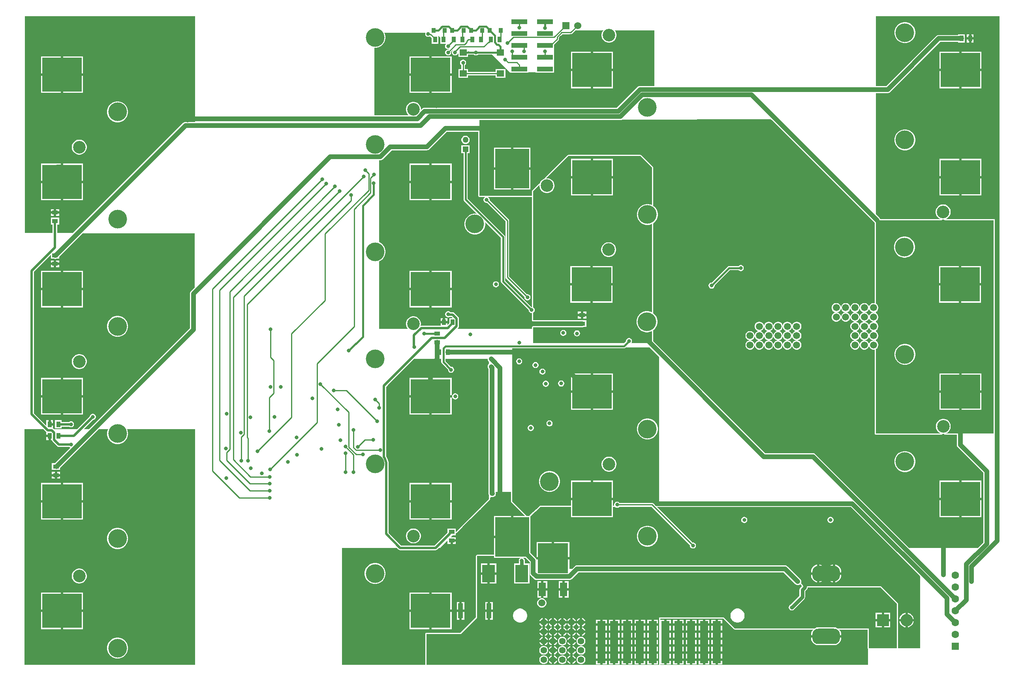
<source format=gtl>
%FSTAX23Y23*%
%MOIN*%
%SFA1B1*%

%IPPOS*%
%ADD10C,0.015000*%
%ADD13C,0.010000*%
%ADD17R,0.334650X0.289370*%
%ADD18R,0.289370X0.334650*%
%ADD19R,0.062990X0.055120*%
%ADD20R,0.035430X0.039370*%
%ADD21R,0.037400X0.051180*%
%ADD22R,0.051180X0.037400*%
%ADD23R,0.110000X0.150000*%
%ADD24R,0.255910X0.255910*%
%ADD25R,0.062990X0.118110*%
%ADD26R,0.137800X0.039370*%
%ADD27R,0.043310X0.129920*%
%ADD55C,0.019680*%
%ADD56C,0.039370*%
%ADD57C,0.275590*%
%ADD58C,0.029530*%
%ADD59C,0.157480*%
%ADD60C,0.106300*%
%ADD61R,0.104330X0.104330*%
%ADD62C,0.104330*%
%ADD63R,0.050000X0.050000*%
%ADD64C,0.050000*%
%ADD65C,0.060000*%
%ADD66R,0.060000X0.060000*%
%ADD67C,0.055120*%
%ADD68R,0.070870X0.062990*%
%ADD69O,0.100000X0.130000*%
%ADD70C,0.062990*%
%ADD71R,0.062990X0.062990*%
%ADD72C,0.031500*%
%ADD73C,0.059060*%
%LNpcb1-1*%
%LPD*%
G36*
X08247Y03779D02*
X07787D01*
X0779Y03779*
X07801Y03784*
X07811Y03791*
X0782Y038*
X07827Y0381*
X07832Y03822*
X07834Y03834*
Y03846*
X07832Y03858*
X07827Y0387*
X0782Y0388*
X07811Y03889*
X07801Y03896*
X0779Y03901*
X07777Y03903*
X07765*
X07753Y03901*
X07741Y03896*
X07731Y03889*
X07722Y0388*
X07715Y0387*
X07711Y03858*
X07708Y03846*
Y03834*
X07711Y03822*
X07715Y0381*
X07722Y038*
X07731Y03791*
X07741Y03784*
X07753Y03779*
X07755Y03779*
X07242*
X0724Y03784*
X07235Y0379*
X07204Y03821*
Y0388*
Y04517*
Y04844*
X07304*
X07312Y04845*
X07317Y04847*
X07319Y04848*
X07325Y04852*
X07748Y05275*
X07897*
Y05269*
X07954*
Y05296*
X07954Y05297*
X07955Y05305*
X07954Y05312*
X07954Y05313*
Y0534*
X07897*
Y05334*
X07735*
X07728Y05333*
X0772Y0533*
X07714Y05326*
X07292Y04903*
X07204*
Y05492*
X08247*
Y03779*
G37*
G36*
X05334Y05354D02*
Y04903D01*
X05212*
X05205Y04902*
X05197Y04899*
X05191Y04895*
X05017Y0472*
X03395*
X03387Y04719*
X0338Y04716*
X03374Y04712*
X03362Y047*
X03362Y047*
Y04712*
X0336Y04725*
X03355Y04736*
X03348Y04746*
X0334Y04755*
X03329Y04762*
X03318Y04767*
X03306Y04769*
X03293*
X03281Y04767*
X0327Y04762*
X03259Y04755*
X03251Y04746*
X03244Y04736*
X03239Y04725*
X03237Y04712*
Y047*
X03239Y04688*
X03244Y04676*
X03251Y04666*
X03259Y04657*
X03259Y04657*
X0297*
Y04661*
Y05226*
X02985*
X03002Y05229*
X03018Y05236*
X03032Y05246*
X03045Y05258*
X03054Y05273*
X03061Y05289*
X03064Y05306*
Y05323*
X03061Y0534*
X03055Y05354*
X03401*
X03399Y05347*
Y05341*
X03401Y05334*
X03404Y05328*
X03409Y05324*
X03415Y0532*
X03421Y05318*
X03428*
X03435Y0532*
X03439Y05323*
X03453Y05309*
Y05259*
X0351*
Y05327*
X03526Y05312*
Y05259*
X03575*
X03572Y05256*
X03568Y0525*
X03566Y05243*
Y05237*
X03568Y0523*
X03572Y05224*
X03576Y0522*
X03582Y05216*
X03589Y05215*
X03595*
X036Y05216*
X03596Y05212*
X03595Y05212*
X03589*
X03582Y0521*
X03576Y05207*
X03572Y05202*
X03568Y05196*
X03566Y0519*
Y05183*
X03568Y05177*
X03572Y05171*
X03576Y05166*
X03582Y05163*
X03589Y05161*
X03595*
X03602Y05163*
X03608Y05166*
X03613Y05171*
X03616Y05177*
X03618Y05183*
Y0519*
X03617Y05191*
X03632Y05205*
X03633Y05205*
X03631Y05202*
X03627Y05196*
X03625Y0519*
Y05183*
X03627Y05177*
X03631Y05171*
X03635Y05166*
X03641Y05163*
X03648Y05161*
X03654*
X03661Y05163*
X03667Y05166*
X03672Y05171*
X03675Y05177*
X03675Y05177*
X03679*
Y05149*
X03761*
Y05169*
X03809*
X03812Y05166*
X03817Y05163*
X03824Y05161*
X03831*
X03837Y05163*
X03843Y05166*
X03846Y05169*
X03964*
X04114Y05019*
Y05016*
X04271*
Y05019*
X0433*
Y05016*
X04488*
Y05075*
X04486*
Y05116*
X04488*
Y05175*
X04486*
Y05216*
X04488*
Y05254*
X04522Y05288*
X04526Y05293*
X04527Y05299*
Y0531*
X04557Y0534*
X04628*
X04633Y05341*
X04634Y05341*
X04639Y05344*
X04668Y05374*
X04679*
X04681Y05373*
X04691*
X04693Y05374*
X04903*
X04902Y05372*
X04895Y05362*
X0489Y05351*
X04888Y05338*
Y05326*
X0489Y05314*
X04895Y05302*
X04902Y05292*
X04911Y05283*
X04921Y05276*
X04932Y05272*
X04945Y05269*
X04957*
X04969Y05272*
X04981Y05276*
X04991Y05283*
X05Y05292*
X05007Y05302*
X05011Y05314*
X05014Y05326*
Y05338*
X05011Y05351*
X05007Y05362*
X05Y05372*
X04998Y05374*
X05334*
Y05354*
G37*
G36*
X01456Y046D02*
X01376D01*
X01369Y04599*
X01362Y04596*
X01355Y04591*
X00425Y03661*
X00295*
Y03734*
X00311*
Y03791*
X0024*
Y03734*
X00255*
Y03661*
X0002*
Y05491*
X01456*
Y046*
G37*
G36*
X05314Y04212D02*
Y04203D01*
Y03907*
Y03898*
X053Y03904*
X05283Y03907*
X05266*
X05249Y03904*
X05232Y03897*
X05218Y03887*
X05206Y03875*
X05196Y0386*
X05189Y03844*
X05186Y03827*
Y0381*
X05189Y03793*
X05196Y03776*
X05206Y03762*
X05218Y0375*
X05232Y0374*
X05249Y03733*
X05266Y0373*
X05283*
X053Y03733*
X05314Y03739*
Y0299*
X05313Y02991*
X05297Y02998*
X0528Y03001*
X05262*
X05245Y02998*
X05229Y02991*
X05215Y02982*
X05202Y02969*
X05193Y02955*
X05186Y02939*
X05183Y02922*
Y02904*
X05186Y02887*
X05193Y02871*
X05202Y02856*
X05215Y02844*
X05229Y02834*
X05245Y02828*
X05262Y02824*
X0528*
X05297Y02828*
X05313Y02834*
X05314Y02835*
Y02791*
Y02778*
Y02733*
X05139*
X0514Y02734*
X05143Y0274*
X05145Y02746*
Y02753*
X05143Y02759*
X0514Y02765*
X05135Y0277*
X05129Y02773*
X05123Y02775*
X05116*
X05109Y02773*
X05104Y0277*
X05099Y02765*
X05095Y02759*
X05094Y02753*
Y02749*
X05078Y02733*
X04311*
Y02866*
X04724*
X04732Y02867*
X04732Y02868*
X04759*
Y02925*
X04732*
X04732Y02925*
X04724Y02926*
X04311*
Y02989*
X04314Y02991*
X04318Y02996*
X04322Y03001*
X04323Y03008*
Y03015*
X04322Y03021*
X04318Y03027*
X04314Y03032*
X04311Y03034*
Y04015*
X04364Y04069*
X04364Y04068*
Y04055*
X04366Y04043*
X04371Y04031*
X04378Y04021*
X04387Y04012*
X04397Y04005*
X04408Y04001*
X0442Y03998*
X04433*
X04445Y04001*
X04457Y04005*
X04467Y04012*
X04476Y04021*
X04482Y04031*
X04487Y04043*
X0449Y04055*
Y04068*
X04487Y0408*
X04482Y04091*
X04476Y04101*
X04467Y0411*
X04457Y04117*
X04445Y04122*
X04433Y04124*
X0442*
X04419Y04124*
X04606Y04311*
X05216*
X05314Y04212*
G37*
G36*
X01454Y03203D02*
X01422Y03171D01*
X01417Y03164*
X01414Y03157*
X01413Y0315*
Y02858*
X00561Y02006*
X00518*
X00597Y02084*
X00597*
X00604Y02086*
X0061Y02089*
X00614Y02094*
X00618Y021*
X0062Y02106*
Y02113*
X00618Y0212*
X00614Y02125*
X0061Y0213*
X00604Y02134*
X00597Y02135*
X00591*
X00584Y02134*
X00578Y0213*
X00574Y02125*
X0057Y0212*
X00568Y02113*
Y02113*
X00461Y02006*
X00267*
X00262Y0201*
X00258Y02013*
Y02037*
X00229*
Y02047*
X00219*
Y02082*
X002*
Y02037*
X00098Y02139*
Y03335*
X0024Y03477*
Y03445*
X00267*
X00267Y03445*
X00275Y03444*
X0028*
X00288Y03445*
X00288Y03445*
X00311*
Y03462*
X00507Y03659*
X01454*
Y03203*
G37*
G36*
X07193Y03748D02*
X07194Y03747D01*
Y03069*
X0719Y0307*
X07179*
X07169Y03068*
X0716Y03063*
X07153Y03055*
X07148Y03046*
X07145Y03036*
Y03026*
X07148Y03016*
X07153Y03007*
X0716Y02999*
X07169Y02994*
X07179Y02992*
X0719*
X07194Y02993*
Y0299*
X0719Y02992*
X07179*
X07169Y02989*
X0716Y02984*
X07153Y02976*
X07148Y02967*
X07145Y02957*
Y02947*
X07148Y02937*
X07153Y02928*
X0716Y02921*
X07169Y02916*
X07179Y02913*
X0719*
X07194Y02914*
Y02912*
X0719Y02913*
X07179*
X07169Y0291*
X0716Y02905*
X07153Y02898*
X07148Y02889*
X07145Y02879*
Y02868*
X07148Y02858*
X07153Y02849*
X0716Y02842*
X07169Y02837*
X07179Y02834*
X0719*
X07194Y02835*
Y02833*
X0719Y02834*
X07179*
X07169Y02831*
X0716Y02826*
X07153Y02819*
X07148Y0281*
X07145Y028*
Y0279*
X07148Y0278*
X07153Y02771*
X0716Y02763*
X07169Y02758*
X07179Y02755*
X0719*
X07194Y02757*
Y02754*
X0719Y02755*
X07179*
X07169Y02753*
X0716Y02748*
X07153Y0274*
X07148Y02731*
X07145Y02721*
Y02711*
X07148Y02701*
X07153Y02692*
X0716Y02685*
X07169Y02679*
X07179Y02677*
X0719*
X07194Y02678*
Y01968*
X07195Y01964*
X07197Y01961*
X072Y01959*
X07204Y01958*
X07756*
X07757Y01958*
X07758*
X07759Y01959*
X0776Y01959*
X07761Y01959*
X07761Y0196*
X07762Y0196*
X07763Y01961*
X07763Y01962*
X07764Y01962*
X07765Y01963*
X07765Y01964*
X07765Y01965*
X07766Y01966*
X07766Y01966*
X07778*
X07778Y01966*
X07779Y01965*
X07779Y01964*
X07779Y01963*
X0778Y01962*
X0778Y01962*
X07781Y01961*
X07782Y0196*
X07782Y0196*
X07783Y01959*
X07784Y01959*
X07785Y01959*
X07786Y01958*
X07787*
X07788Y01958*
X07887*
Y01872*
X07888Y01864*
X0789Y01859*
X07891Y01857*
X07896Y01851*
X08109Y01638*
Y0105*
X08063Y01003*
X07484*
X06694Y01794*
X06688Y01799*
X06686Y01799*
X0668Y01801*
X06673Y01803*
X0627*
X05325Y02748*
Y02778*
Y02791*
Y02835*
X05324Y02836*
Y02837*
X05324Y02838*
X05324Y02839*
X05323Y0284*
X05323Y02841*
X05328Y02844*
X0534Y02856*
X0535Y02871*
X05356Y02887*
X0536Y02904*
Y02922*
X05356Y02939*
X0535Y02955*
X0534Y02969*
X05328Y02982*
X05323Y02985*
X05323Y02986*
X05324Y02987*
X05324Y02988*
X05324Y02989*
Y0299*
X05325Y0299*
Y03739*
X05324Y03743*
X05323Y03744*
X05331Y0375*
X05343Y03762*
X05353Y03776*
X0536Y03793*
X05363Y0381*
Y03827*
X0536Y03844*
X05353Y0386*
X05343Y03875*
X05331Y03887*
X05323Y03893*
X05324Y03894*
X05325Y03898*
Y03907*
Y04203*
Y04212*
X05324Y04216*
X05322Y04219*
X05223Y04318*
X0522Y0432*
X05216Y04321*
X04606*
X04602Y0432*
X04599Y04318*
X04412Y04131*
X04412Y0413*
X04411Y0413*
X04411Y04129*
X0441Y04128*
X0441Y04127*
X0441Y04126*
Y04125*
X04409Y04124*
X0441Y04123*
Y04122*
X04408Y04122*
X04397Y04117*
X04387Y0411*
X04378Y04101*
X04371Y04091*
X04366Y0408*
X04366Y04078*
X04365*
X04364Y04079*
X04363Y04078*
X04362*
X04361Y04078*
X0436Y04078*
X04359Y04077*
X04358Y04077*
X04358Y04076*
X04357Y04076*
X04303Y04022*
X04301Y04019*
X043Y04015*
Y03976*
X03858*
Y04615*
X05048*
X05056Y04616*
X05063Y04619*
X06318Y04623*
X07193Y03748*
G37*
G36*
X03848Y03976D02*
X03849Y03972D01*
X03851Y03969*
X03854Y03967*
X03858Y03966*
X03907*
X03901Y03963*
X03896Y03958*
X03893Y03952*
X03891Y03945*
Y03939*
X03893Y03932*
X03896Y03926*
X03901Y03922*
X03907Y03918*
X03913Y03916*
X0392*
X03921Y03917*
X04077Y03761*
Y0329*
X04078Y03285*
X04078Y03284*
X04081Y03279*
X04236Y03124*
X04236Y03123*
Y03117*
X04238Y0311*
X04241Y03104*
X04246Y03099*
X04252Y03096*
X04258Y03094*
X04265*
X04272Y03096*
X04277Y03099*
X04282Y03104*
X04286Y0311*
X04287Y03117*
Y03123*
X04286Y0313*
X04282Y03136*
X04277Y0314*
X04272Y03144*
X04265Y03146*
X04258*
X04258Y03145*
X04107Y03296*
Y03767*
X04106Y03772*
X04106Y03773*
X04103Y03778*
X03942Y03938*
X03942Y03939*
Y03945*
X03941Y03952*
X03937Y03958*
X03933Y03963*
X03927Y03966*
X043*
Y03037*
X04297*
X04074Y0326*
Y0363*
X04072Y03637*
X04068Y03643*
X03757Y03954*
Y04335*
X03775*
Y04404*
X03705*
Y04335*
X03722*
Y03947*
X03723Y0394*
X03727Y03934*
X03837Y03824*
X03827Y03826*
X0381*
X03793Y03823*
X03776Y03816*
X03762Y03807*
X0375Y03794*
X0374Y0378*
X03733Y03764*
X0373Y03746*
Y03729*
X03733Y03712*
X0374Y03696*
X0375Y03681*
X03762Y03669*
X03776Y03659*
X03793Y03653*
X0381Y03649*
X03827*
X03844Y03653*
X0386Y03659*
X03875Y03669*
X03887Y03681*
X03897Y03696*
X03904Y03712*
X03907Y03729*
Y03746*
X03905Y03756*
X04038Y03623*
Y03253*
X0404Y03246*
X04043Y03241*
X04272Y03012*
Y03008*
X04274Y03001*
X04277Y02996*
X04282Y02991*
X04288Y02987*
X04294Y02986*
X043*
Y02926*
X04301Y02922*
X04303Y02919*
X04307Y02917*
X04311Y02916*
Y02876*
X04307Y02876*
X04303Y02873*
X04301Y0287*
X043Y02866*
Y02854*
X03671*
X03679Y02861*
X03683Y02868*
X03685Y02876*
Y0294*
X03684Y02946*
X03683Y02947*
X03679Y02954*
X03645Y02988*
X03639Y02992*
X03631Y02994*
X03612*
X0361Y02996*
X03604Y03*
X03597Y03001*
X03591*
X03584Y03*
X03578Y02996*
X03574Y02992*
X0357Y02986*
X03568Y02979*
Y02973*
X0357Y02966*
X03574Y0296*
X03578Y02955*
X03584Y02952*
X03591Y0295*
X03597*
X03604Y02952*
X03606Y02954*
X03623*
X03633Y02943*
X03602*
Y02901*
X03586Y02885*
Y02898*
X03558*
X03529*
Y0288*
X03366*
X0336Y02879*
X03362Y02889*
Y02901*
X0336Y02914*
X03355Y02925*
X03348Y02935*
X0334Y02944*
X03329Y02951*
X03318Y02956*
X03306Y02958*
X03293*
X03281Y02956*
X0327Y02951*
X03259Y02944*
X03251Y02935*
X03244Y02925*
X03239Y02914*
X03237Y02901*
Y02889*
X03239Y02877*
X03244Y02865*
X03251Y02855*
X03252Y02854*
X03011*
X03011Y02854*
Y03422*
X03018Y03425*
X03032Y03435*
X03045Y03447*
X03054Y03461*
X03061Y03478*
X03064Y03495*
Y03512*
X03061Y03529*
X03054Y03545*
X03045Y0356*
X03032Y03572*
X03018Y03582*
X03011Y03585*
Y04275*
X03019*
X03027Y04276*
X03032Y04278*
X03034Y04279*
X0304Y04284*
X03116Y04359*
X03412*
X0342Y04361*
X03427Y04363*
X03433Y04368*
X03582Y04517*
X03848*
Y03976*
G37*
G36*
X03927Y0259D02*
X0393Y02583D01*
X03935Y02577*
X03937Y02575*
Y02557*
X03935Y02555*
X0393Y02549*
X03927Y02542*
X03926Y02534*
X03927Y02527*
X0393Y0252*
X03934Y02514*
Y01463*
X03935Y01455*
X03937Y01452*
Y01417*
X03657Y01137*
Y01167*
X03586*
Y01131*
X03586Y01131*
X03478Y01024*
X03197*
X0309Y0113*
Y01712*
X0309Y01713*
X03089Y0173*
X03085Y01748*
X03078Y01764*
X03071Y01776*
Y02363*
X03085Y02377*
X03305Y02598*
X03535*
Y02572*
X03536Y02566*
X0354Y0256*
X03592Y02508*
Y02504*
X03594Y02498*
X03597Y02492*
X03602Y02487*
X03608Y02484*
X03614Y02482*
X03621*
X03627Y02484*
X03633Y02487*
X03638Y02492*
X03641Y02498*
X03643Y02504*
Y02511*
X03641Y02517*
X03638Y02523*
X03633Y02528*
X03627Y02531*
X03621Y02533*
X03617*
X0357Y0258*
Y02598*
X03926*
X03927Y0259*
G37*
G36*
X07228Y03784D02*
X07231Y03779D01*
X07233Y03775*
X07235Y03772*
X07238Y0377*
X07241Y03769*
X07242Y03769*
X07755*
X07756Y03769*
X07757*
X07758Y0377*
X07759Y0377*
X0776Y0377*
X07761Y03771*
X07761Y03771*
X07762Y03772*
X07763Y03773*
X07763Y03773*
X07764Y03774*
X07764Y03775*
X07765Y03776*
X07765Y03777*
X07765Y03777*
X07777*
X07777Y03777*
X07778Y03776*
X07778Y03775*
X07779Y03774*
X07779Y03773*
X0778Y03773*
X0778Y03772*
X07781Y03771*
X07782Y03771*
X07783Y0377*
X07783Y0377*
X07784Y0377*
X07785Y03769*
X07786*
X07787Y03769*
X08198*
Y01968*
X07788*
X0779Y01968*
X07802Y01973*
X07812Y0198*
X07821Y01989*
X07828Y01999*
X07833Y02011*
X07835Y02023*
Y02035*
X07833Y02047*
X07828Y02059*
X07821Y02069*
X07812Y02078*
X07802Y02085*
X0779Y0209*
X07778Y02092*
X07766*
X07754Y0209*
X07742Y02085*
X07732Y02078*
X07723Y02069*
X07716Y02059*
X07711Y02047*
X07709Y02035*
Y02023*
X07711Y02011*
X07716Y01999*
X07723Y01989*
X07732Y0198*
X07742Y01973*
X07754Y01968*
X07756Y01968*
X07204*
Y02682*
X07209Y02685*
X07216Y02692*
X07221Y02701*
X07224Y02711*
Y02721*
X07221Y02731*
X07216Y0274*
X07209Y02748*
X07204Y0275*
Y02761*
X07209Y02763*
X07216Y02771*
X07221Y0278*
X07224Y0279*
Y028*
X07221Y0281*
X07216Y02819*
X07209Y02826*
X07204Y02829*
Y02839*
X07209Y02842*
X07216Y02849*
X07221Y02858*
X07224Y02868*
Y02879*
X07221Y02889*
X07216Y02898*
X07209Y02905*
X07204Y02908*
Y02918*
X07209Y02921*
X07216Y02928*
X07221Y02937*
X07224Y02947*
Y02957*
X07221Y02967*
X07216Y02976*
X07209Y02984*
X07204Y02986*
Y02997*
X07209Y02999*
X07216Y03007*
X07221Y03016*
X07224Y03026*
Y03036*
X07221Y03046*
X07216Y03055*
X07209Y03063*
X07204Y03065*
Y03799*
X07212*
X07228Y03784*
G37*
G36*
X01456Y00016D02*
X00016D01*
Y02007*
X00173*
X00199Y01981*
X002Y01981*
Y01958*
X00229*
Y01948*
X00239*
Y01913*
X00248*
X00249Y01909*
X00253Y01902*
X00294Y01861*
X003Y01857*
X00308Y01855*
X00393*
X00394Y01855*
X00399Y01852*
X00405Y0185*
X00273Y01718*
X00247*
Y01661*
X00286*
X00288Y01661*
X0029Y01661*
X00317*
Y01678*
X00647Y02007*
X00723*
X00717Y01994*
X00714Y01977*
Y01959*
X00717Y01942*
X00724Y01926*
X00734Y01912*
X00746Y01899*
X00761Y0189*
X00777Y01883*
X00794Y01879*
X00811*
X00828Y01883*
X00845Y0189*
X00859Y01899*
X00871Y01912*
X00881Y01926*
X00888Y01942*
X00891Y01959*
Y01977*
X00888Y01994*
X00882Y02007*
X01456*
Y00016*
G37*
G36*
X04123Y01397D02*
X04124Y01395D01*
X04124Y01393*
X04124Y01393*
X04124Y01393*
X04125Y01392*
X04126Y0139*
X04166Y0135*
X04242Y01273*
X04143*
Y01096*
X04133*
Y01086*
X03979*
Y00945*
X03838*
X03834Y00944*
X03831Y00942*
X03829Y00938*
X03828Y00935*
Y00418*
X03698Y00287*
X03409*
X03405Y00287*
X03402Y00284*
X034Y00281*
X03399Y00277*
Y00016*
X02696*
Y01003*
X0316*
X03174Y00989*
X03181Y00985*
X03182Y00985*
X03188Y00983*
X03487*
X03494Y00985*
X03501Y00989*
X03515Y01003*
X03523*
X03586Y01066*
Y01037*
X03612*
Y01065*
X03622*
Y01075*
X03657*
Y01094*
X03614*
X03629Y0111*
X03657*
Y01127*
X03661Y01128*
X03664Y0113*
X037Y01166*
X03705Y01169*
X03712Y01176*
X03715Y01181*
X03779Y01245*
X03784Y01248*
X03791Y01255*
X03794Y0126*
X03857Y01323*
X03862Y01326*
X0387Y01334*
X03872Y01339*
X03944Y0141*
X03946Y01413*
X03947Y01417*
Y01427*
X03954Y01434*
X03958Y01432*
X03966Y01431*
X03974Y01432*
X03981Y01435*
X03987Y0144*
X03992Y01446*
X03995Y01453*
X03996Y01461*
X03995Y01468*
X03994Y01471*
Y01474*
X03996Y01476*
X04123*
Y01397*
G37*
G36*
X05374Y02615D02*
Y02567D01*
Y02563*
Y02543*
Y02537*
Y02065*
Y02064*
Y02045*
Y02041*
Y02039*
Y02036*
Y0168*
Y0167*
Y01661*
Y01653*
Y01383*
Y01382*
Y01382*
Y01378*
Y01377*
Y01371*
Y0136*
Y01358*
X05356*
X05352Y01357*
X05349Y01355*
X05325Y01378*
X0532Y01382*
X05319Y01382*
X05314Y01383*
X0504*
X0504Y01383*
X05035Y01388*
X05029Y01391*
X05023Y01393*
X05016*
X05009Y01391*
X05003Y01388*
X04999Y01383*
X04995Y01377*
X04994Y01371*
Y01364*
X04995Y0136*
X04983*
Y01407*
X04806*
X04629*
Y0136*
X04374*
X04372Y01359*
X0437Y01359*
X0437Y01359*
X0437Y01359*
X04368Y01358*
X04367Y01357*
X04281Y01278*
X04281Y01278*
X04281Y01278*
X0428Y01276*
X04279Y01275*
X04279Y01274*
X04279Y01274*
X04278Y01273*
X04256*
X04173Y01357*
X04133Y01397*
Y02689*
X05076*
X05083Y0269*
X05089Y02694*
X05091Y02696*
X05292*
X05374Y02615*
G37*
G36*
X05634Y01027D02*
X05633Y01026D01*
Y0102*
X05635Y01013*
X05638Y01007*
X05643Y01003*
X05649Y00999*
X05656Y00998*
X05662*
X05669Y00999*
X05675Y01003*
X05679Y01007*
X05683Y01013*
X05685Y0102*
Y01026*
X05683Y01033*
X05679Y01039*
X05675Y01044*
X05669Y01047*
X05662Y01049*
X05656*
X05655Y01049*
X05356Y01348*
X06992*
X07578Y00761*
Y00157*
X07391*
Y00324*
Y00531*
X07391Y00535*
X07388Y00538*
X07251Y00676*
X07247Y00678*
X07244Y00679*
X06628*
X06627Y00679*
X06626*
X06625Y00678*
X06625Y00678*
X06624Y00678*
X06623Y00677*
X06622Y00676*
X06621Y00676*
X06621Y00675*
X0662Y00674*
X0662Y00673*
X06619Y00673*
X06619Y00672*
X06619Y00671*
X06618Y00669*
X06603*
X06588Y00684*
Y00685*
X06587Y00688*
X06585Y00692*
X06573Y00704*
X06572Y00705*
X06571Y00705*
X06574Y0071*
X06575Y00718*
X06574Y00726*
X06571Y00733*
X06566Y00739*
X06458Y00847*
X06451Y00852*
X06449Y00853*
X06444Y00855*
X06437Y00856*
X04681*
X04674Y00855*
X04666Y00852*
X0466Y00847*
X04639Y00826*
X04616*
Y00905*
X04478*
X0434*
Y00904*
X04337Y0091*
X04333Y00916*
X04288Y00961*
Y0127*
X04374Y0135*
X04629*
Y01262*
X04983*
Y0135*
X05001*
X05003Y01347*
X05009Y01344*
X05016Y01342*
X05023*
X05029Y01344*
X05035Y01347*
X05037Y0135*
X05311*
X05634Y01027*
G37*
G36*
X03979Y00919D02*
X04203D01*
X04199Y00917*
X04194Y00912*
X04191Y00906*
X04189Y009*
Y00893*
X0419Y00891*
Y00872*
X0415*
Y00702*
X0428*
Y00872*
X0424*
Y00891*
X0424Y00893*
Y009*
X04239Y00906*
X04235Y00912*
X04231Y00917*
X04227Y00919*
X04246*
X04282Y00883*
Y00789*
X04283Y00781*
X04285Y00776*
X04286Y00774*
X0429Y00768*
X04318Y0074*
X04324Y00736*
X04332Y00733*
X04339Y00732*
X04616*
X04624Y00733*
X04631Y00736*
X04637Y0074*
X04694Y00796*
X06424*
X06524Y00697*
X0653Y00692*
X06537Y00689*
X06545Y00688*
X06552Y00689*
X0656Y00692*
X06566Y00697*
X06578Y00685*
Y00679*
X06564Y00665*
X06559Y00657*
X06557Y00648*
Y006*
X06479Y00522*
X06477Y00521*
X06472Y00516*
X06469Y0051*
X06467Y00504*
Y00497*
X06469Y00491*
X06472Y00485*
X06477Y0048*
X06483Y00477*
X06489Y00475*
X06496*
X06502Y00477*
X06508Y0048*
X06513Y00485*
X06514Y00486*
X066Y00572*
X06605Y0058*
X06607Y0059*
Y00637*
X06621Y00651*
X06626Y00659*
X06628Y00669*
X07244*
X07381Y00531*
Y00324*
Y00157*
X07145*
Y00324*
X06879*
X06873Y00327*
X06862Y00331*
X0685Y00332*
X06849Y00332*
X06717*
X06716Y00332*
X06704Y00331*
X06693Y00327*
X06687Y00324*
X06013*
X05921Y00417*
X05374*
Y00016*
X03409*
Y00277*
X03702*
X03838Y00413*
Y00935*
X03979*
Y00919*
G37*
G36*
X06006Y00317D02*
X06009Y00315D01*
X06013Y00314*
X06673*
X06666Y00305*
X0666Y00295*
X06657Y00284*
X06656Y00272*
Y00267*
X06716*
Y00247*
X06656*
Y00242*
X06657Y0023*
X0666Y00219*
X06666Y00208*
X06673Y00199*
X06682Y00192*
X06693Y00186*
X06704Y00183*
X06716Y00182*
X06718Y00182*
X06847*
X0685Y00182*
X06862Y00183*
X06873Y00186*
X06883Y00192*
X06893Y00199*
X069Y00208*
X06906Y00219*
X06909Y0023*
X0691Y00242*
Y00247*
X0685*
Y00192*
X06716*
Y00193*
Y00322*
X0685*
Y00267*
X0691*
Y00272*
X06909Y00284*
X06906Y00295*
X069Y00305*
X06893Y00314*
X07135*
Y00157*
X07136Y00153*
X07137Y00151*
Y00016*
X05384*
Y00018*
X05418*
Y0006*
X05428*
Y0007*
X05473*
Y00077*
Y00109*
X05428*
Y00129*
X05473*
Y00136*
Y00168*
X05428*
Y00188*
X05473*
Y00195*
Y00227*
X05428*
Y00247*
X05473*
Y00254*
Y00286*
X05428*
Y00306*
X05473*
Y00313*
Y00345*
X05428*
Y00355*
X05418*
Y00396*
X05384*
Y00407*
X05917*
X06006Y00317*
G37*
%LNpcb1-2*%
%LPC*%
G36*
X08027Y0534D02*
X08009D01*
Y05315*
X08027*
Y0534*
G37*
G36*
X07989D02*
X0797D01*
Y05315*
X07989*
Y0534*
G37*
G36*
X08027Y05295D02*
X08009D01*
Y05269*
X08027*
Y05295*
G37*
G36*
X07989D02*
X0797D01*
Y05269*
X07989*
Y05295*
G37*
G36*
X07456Y05442D02*
X07439D01*
X07422Y05439*
X07406Y05432*
X07391Y05423*
X07379Y0541*
X07369Y05396*
X07362Y0538*
X07359Y05363*
Y05345*
X07362Y05328*
X07369Y05312*
X07379Y05297*
X07391Y05285*
X07406Y05275*
X07422Y05269*
X07439Y05265*
X07456*
X07473Y05269*
X0749Y05275*
X07504Y05285*
X07516Y05297*
X07526Y05312*
X07533Y05328*
X07536Y05345*
Y05363*
X07533Y0538*
X07526Y05396*
X07516Y0541*
X07504Y05423*
X0749Y05432*
X07473Y05439*
X07456Y05442*
G37*
G36*
X08093Y05194D02*
X07926D01*
Y05049*
X08093*
Y05194*
G37*
G36*
X07906D02*
X07739D01*
Y05049*
X07906*
Y05194*
G37*
G36*
X08093Y05029D02*
X07926D01*
Y04884*
X08093*
Y05029*
G37*
G36*
X07906D02*
X07739D01*
Y04884*
X07906*
Y05029*
G37*
G36*
X07456Y04537D02*
X07439D01*
X07422Y04534*
X07406Y04527*
X07391Y04517*
X07379Y04505*
X07369Y0449*
X07362Y04474*
X07359Y04457*
Y0444*
X07362Y04422*
X07369Y04406*
X07379Y04392*
X07391Y0438*
X07406Y0437*
X07422Y04363*
X07439Y0436*
X07456*
X07473Y04363*
X0749Y0437*
X07504Y0438*
X07516Y04392*
X07526Y04406*
X07533Y04422*
X07536Y0444*
Y04457*
X07533Y04474*
X07526Y0449*
X07516Y04505*
X07504Y04517*
X0749Y04527*
X07473Y04534*
X07456Y04537*
G37*
G36*
X08093Y04288D02*
X07926D01*
Y04143*
X08093*
Y04288*
G37*
G36*
X07906D02*
X07739D01*
Y04143*
X07906*
Y04288*
G37*
G36*
X08093Y04123D02*
X07926D01*
Y03979*
X08093*
Y04123*
G37*
G36*
X07906D02*
X07739D01*
Y03979*
X07906*
Y04123*
G37*
G36*
X04983Y05194D02*
X04816D01*
Y05049*
X04983*
Y05194*
G37*
G36*
X04796D02*
X04629D01*
Y05049*
X04796*
Y05194*
G37*
G36*
X03622Y05154D02*
X03454D01*
Y0501*
X03622*
Y05154*
G37*
G36*
X03434D02*
X03267D01*
Y0501*
X03434*
Y05154*
G37*
G36*
X03722Y05125D02*
X03715D01*
X03709Y05123*
X03703Y0512*
X03698Y05115*
X03695Y05109*
X03693Y05102*
Y05096*
X03695Y05089*
X03698Y05083*
X03703Y05079*
X03705Y05078*
Y05047*
X03679*
Y04972*
X03761*
Y04994*
X03994*
Y04972*
X04076*
Y05047*
X03994*
Y05024*
X03761*
Y05047*
X03735*
Y05079*
X03739Y05083*
X03743Y05089*
X03744Y05096*
Y05102*
X03743Y05109*
X03739Y05115*
X03735Y0512*
X03729Y05123*
X03722Y05125*
G37*
G36*
X04983Y05029D02*
X04816D01*
Y04884*
X04983*
Y05029*
G37*
G36*
X04796D02*
X04629D01*
Y04884*
X04796*
Y05029*
G37*
G36*
X03622Y0499D02*
X03454D01*
Y04845*
X03622*
Y0499*
G37*
G36*
X03434D02*
X03267D01*
Y04845*
X03434*
Y0499*
G37*
G36*
X00511Y05154D02*
X00344D01*
Y0501*
X00511*
Y05154*
G37*
G36*
X00324D02*
X00157D01*
Y0501*
X00324*
Y05154*
G37*
G36*
X00511Y0499D02*
X00344D01*
Y04845*
X00511*
Y0499*
G37*
G36*
X00324D02*
X00157D01*
Y04845*
X00324*
Y0499*
G37*
G36*
X00811Y04773D02*
X00794D01*
X00777Y0477*
X00761Y04763*
X00746Y04753*
X00734Y04741*
X00724Y04727*
X00717Y0471*
X00714Y04693*
Y04676*
X00717Y04659*
X00724Y04643*
X00734Y04628*
X00746Y04616*
X00761Y04606*
X00777Y04599*
X00794Y04596*
X00811*
X00828Y04599*
X00845Y04606*
X00859Y04616*
X00871Y04628*
X00881Y04643*
X00888Y04659*
X00891Y04676*
Y04693*
X00888Y0471*
X00881Y04727*
X00871Y04741*
X00859Y04753*
X00845Y04763*
X00828Y0477*
X00811Y04773*
G37*
G36*
X00485Y0445D02*
X00473D01*
X00461Y04448*
X00449Y04443*
X00439Y04436*
X0043Y04427*
X00423Y04417*
X00418Y04406*
X00416Y04394*
Y04381*
X00418Y04369*
X00423Y04357*
X0043Y04347*
X00439Y04338*
X00449Y04331*
X00461Y04327*
X00473Y04324*
X00485*
X00497Y04327*
X00509Y04331*
X00519Y04338*
X00528Y04347*
X00535Y04357*
X0054Y04369*
X00542Y04381*
Y04394*
X0054Y04406*
X00535Y04417*
X00528Y04427*
X00519Y04436*
X00509Y04443*
X00497Y04448*
X00485Y0445*
G37*
G36*
X00511Y04249D02*
X00344D01*
Y04104*
X00511*
Y04249*
G37*
G36*
X00324D02*
X00157D01*
Y04104*
X00324*
Y04249*
G37*
G36*
X00511Y04084D02*
X00344D01*
Y03939*
X00511*
Y04084*
G37*
G36*
X00324D02*
X00157D01*
Y03939*
X00324*
Y04084*
G37*
G36*
X00311Y03864D02*
X00285D01*
Y03845*
X00311*
Y03864*
G37*
G36*
X00265D02*
X0024D01*
Y03845*
X00265*
Y03864*
G37*
G36*
X00311Y03825D02*
X00285D01*
Y03806*
X00311*
Y03825*
G37*
G36*
X00265D02*
X0024D01*
Y03806*
X00265*
Y03825*
G37*
G36*
X04983Y04288D02*
X04816D01*
Y04143*
X04983*
Y04288*
G37*
G36*
X04796D02*
X04629D01*
Y04143*
X04796*
Y04288*
G37*
G36*
X04983Y04123D02*
X04816D01*
Y03979*
X04983*
Y04123*
G37*
G36*
X04796D02*
X04629D01*
Y03979*
X04796*
Y04123*
G37*
G36*
X04954Y03584D02*
X04941D01*
X04929Y03582*
X04918Y03577*
X04907Y0357*
X04899Y03561*
X04892Y03551*
X04887Y0354*
X04885Y03527*
Y03515*
X04887Y03503*
X04892Y03491*
X04899Y03481*
X04907Y03472*
X04918Y03465*
X04929Y03461*
X04941Y03458*
X04954*
X04966Y03461*
X04977Y03465*
X04988Y03472*
X04996Y03481*
X05003Y03491*
X05008Y03503*
X05011Y03515*
Y03527*
X05008Y0354*
X05003Y03551*
X04996Y03561*
X04988Y0357*
X04977Y03577*
X04966Y03582*
X04954Y03584*
G37*
G36*
X0498Y03383D02*
X04813D01*
Y03238*
X0498*
Y03383*
G37*
G36*
X04793D02*
X04625D01*
Y03238*
X04793*
Y03383*
G37*
G36*
X0498Y03218D02*
X04813D01*
Y03073*
X0498*
Y03218*
G37*
G36*
X04793D02*
X04625D01*
Y03073*
X04793*
Y03218*
G37*
G36*
X0476Y02998D02*
X04734D01*
Y02979*
X0476*
Y02998*
G37*
G36*
X04714D02*
X04688D01*
Y02979*
X04714*
Y02998*
G37*
G36*
X0476Y02959D02*
X04734D01*
Y0294*
X0476*
Y02959*
G37*
G36*
X04714D02*
X04688D01*
Y0294*
X04714*
Y02959*
G37*
G36*
X04568Y02844D02*
X04562D01*
X04555Y02842*
X04549Y02839*
X04544Y02834*
X04541Y02828*
X04539Y02822*
Y02815*
X04541Y02809*
X04544Y02803*
X04549Y02798*
X04555Y02795*
X04562Y02793*
X04568*
X04575Y02795*
X04581Y02798*
X04585Y02803*
X04589Y02809*
X04591Y02815*
Y02822*
X04589Y02828*
X04585Y02834*
X04581Y02839*
X04575Y02842*
X04568Y02844*
G37*
G36*
X04684Y0284D02*
X04677D01*
X04671Y02838*
X04665Y02835*
X0466Y0283*
X04657Y02824*
X04655Y02818*
Y02811*
X04657Y02805*
X0466Y02799*
X04665Y02794*
X04671Y02791*
X04677Y02789*
X04684*
X0469Y02791*
X04696Y02794*
X04701Y02799*
X04704Y02805*
X04706Y02811*
Y02818*
X04704Y02824*
X04701Y0283*
X04696Y02835*
X0469Y02838*
X04684Y0284*
G37*
G36*
X00311Y0343D02*
X00285D01*
Y03411*
X00311*
Y0343*
G37*
G36*
X00265D02*
X0024D01*
Y03411*
X00265*
Y0343*
G37*
G36*
X00311Y03391D02*
X00285D01*
Y03372*
X00311*
Y03391*
G37*
G36*
X00265D02*
X0024D01*
Y03372*
X00265*
Y03391*
G37*
G36*
X00511Y03343D02*
X00344D01*
Y03198*
X00511*
Y03343*
G37*
G36*
X00324D02*
X00157D01*
Y03198*
X00324*
Y03343*
G37*
G36*
X00511Y03178D02*
X00344D01*
Y03034*
X00511*
Y03178*
G37*
G36*
X00324D02*
X00157D01*
Y03034*
X00324*
Y03178*
G37*
G36*
X00811Y02962D02*
X00794D01*
X00777Y02959*
X00761Y02952*
X00746Y02942*
X00734Y0293*
X00724Y02915*
X00717Y02899*
X00714Y02882*
Y02865*
X00717Y02848*
X00724Y02832*
X00734Y02817*
X00746Y02805*
X00761Y02795*
X00777Y02788*
X00794Y02785*
X00811*
X00828Y02788*
X00845Y02795*
X00859Y02805*
X00871Y02817*
X00881Y02832*
X00888Y02848*
X00891Y02865*
Y02882*
X00888Y02899*
X00881Y02915*
X00871Y0293*
X00859Y02942*
X00845Y02952*
X00828Y02959*
X00811Y02962*
G37*
G36*
X00485Y02639D02*
X00473D01*
X00461Y02637*
X00449Y02632*
X00439Y02625*
X0043Y02616*
X00423Y02606*
X00418Y02595*
X00416Y02582*
Y0257*
X00418Y02558*
X00423Y02546*
X0043Y02536*
X00439Y02527*
X00449Y0252*
X00461Y02516*
X00473Y02513*
X00485*
X00497Y02516*
X00509Y0252*
X00519Y02527*
X00528Y02536*
X00535Y02546*
X0054Y02558*
X00542Y0257*
Y02582*
X0054Y02595*
X00535Y02606*
X00528Y02616*
X00519Y02625*
X00509Y02632*
X00497Y02637*
X00485Y02639*
G37*
G36*
X00511Y02438D02*
X00344D01*
Y02293*
X00511*
Y02438*
G37*
G36*
X00324D02*
X00157D01*
Y02293*
X00324*
Y02438*
G37*
G36*
X00511Y02273D02*
X00344D01*
Y02128*
X00511*
Y02273*
G37*
G36*
X00324D02*
X00157D01*
Y02128*
X00324*
Y02273*
G37*
G36*
X00258Y02082D02*
X00239D01*
Y02057*
X00258*
Y02082*
G37*
G36*
X0033Y02082D02*
X00273D01*
Y02011*
X0033*
Y02027*
X00393*
X00393Y02026*
X00399Y02023*
X00406Y02021*
X00412*
X00419Y02023*
X00425Y02026*
X00429Y02031*
X00433Y02037*
X00435Y02043*
Y0205*
X00433Y02057*
X00429Y02062*
X00425Y02067*
X00419Y02071*
X00412Y02072*
X00406*
X00399Y02071*
X00393Y02067*
X00393Y02067*
X0033*
Y02082*
G37*
G36*
X04288Y04384D02*
X04143D01*
Y04216*
X04288*
Y04384*
G37*
G36*
X04123D02*
X03979D01*
Y04216*
X04123*
Y04384*
G37*
G36*
X04288Y04196D02*
X04143D01*
Y04029*
X04288*
Y04196*
G37*
G36*
X04123D02*
X03979D01*
Y04029*
X04123*
Y04196*
G37*
G36*
X06066Y03391D02*
X06059D01*
X06053Y03389*
X06047Y03386*
X06044Y03383*
X05964*
X05957Y03382*
X05952Y03378*
X05817Y03244*
X05813*
X05807Y03242*
X05801Y03238*
X05796Y03234*
X05793Y03228*
X05791Y03221*
Y03215*
X05793Y03208*
X05796Y03202*
X05801Y03198*
X05807Y03194*
X05813Y03192*
X0582*
X05826Y03194*
X05832Y03198*
X05837Y03202*
X0584Y03208*
X05842Y03215*
Y03219*
X05971Y03348*
X06044*
X06047Y03345*
X06053Y03342*
X06059Y0334*
X06066*
X06072Y03342*
X06078Y03345*
X06083Y0335*
X06086Y03356*
X06088Y03362*
Y03369*
X06086Y03376*
X06083Y03381*
X06078Y03386*
X06072Y03389*
X06066Y03391*
G37*
G36*
X07111Y0307D02*
X07101D01*
X07091Y03068*
X07082Y03063*
X07074Y03055*
X07069Y03046*
X07066Y03036*
Y03026*
X07069Y03016*
X07074Y03007*
X07082Y02999*
X07091Y02994*
X07101Y02992*
X07111*
X07121Y02994*
X0713Y02999*
X07137Y03007*
X07142Y03016*
X07145Y03026*
Y03036*
X07142Y03046*
X07137Y03055*
X0713Y03063*
X07121Y03068*
X07111Y0307*
G37*
G36*
X07032D02*
X07022D01*
X07012Y03068*
X07003Y03063*
X06996Y03055*
X0699Y03046*
X06988Y03036*
Y03026*
X0699Y03016*
X06996Y03007*
X07003Y02999*
X07012Y02994*
X07022Y02992*
X07032*
X07042Y02994*
X07051Y02999*
X07059Y03007*
X07064Y03016*
X07066Y03026*
Y03036*
X07064Y03046*
X07059Y03055*
X07051Y03063*
X07042Y03068*
X07032Y0307*
G37*
G36*
X06954D02*
X06943D01*
X06933Y03068*
X06924Y03063*
X06917Y03055*
X06912Y03046*
X06909Y03036*
Y03026*
X06912Y03016*
X06917Y03007*
X06924Y02999*
X06933Y02994*
X06943Y02992*
X06954*
X06964Y02994*
X06972Y02999*
X0698Y03007*
X06985Y03016*
X06988Y03026*
Y03036*
X06985Y03046*
X0698Y03055*
X06972Y03063*
X06964Y03068*
X06954Y0307*
G37*
G36*
X06875D02*
X06864D01*
X06854Y03068*
X06845Y03063*
X06838Y03055*
X06833Y03046*
X0683Y03036*
Y03026*
X06833Y03016*
X06838Y03007*
X06845Y02999*
X06854Y02994*
X06864Y02992*
X06875*
X06885Y02994*
X06894Y02999*
X06901Y03007*
X06906Y03016*
X06909Y03026*
Y03036*
X06906Y03046*
X06901Y03055*
X06894Y03063*
X06885Y03068*
X06875Y0307*
G37*
G36*
X07111Y02992D02*
X07101D01*
X07091Y02989*
X07082Y02984*
X07074Y02976*
X07069Y02967*
X07066Y02957*
Y02947*
X07069Y02937*
X07074Y02928*
X07082Y02921*
X07091Y02916*
X07101Y02913*
X07111*
X07121Y02916*
X0713Y02921*
X07137Y02928*
X07142Y02937*
X07145Y02947*
Y02957*
X07142Y02967*
X07137Y02976*
X0713Y02984*
X07121Y02989*
X07111Y02992*
G37*
G36*
X07032D02*
X07022D01*
X07012Y02989*
X07003Y02984*
X06996Y02976*
X0699Y02967*
X06988Y02957*
Y02947*
X0699Y02937*
X06996Y02928*
X07003Y02921*
X07012Y02916*
X07022Y02913*
X07032*
X07042Y02916*
X07051Y02921*
X07059Y02928*
X07064Y02937*
X07066Y02947*
Y02957*
X07064Y02967*
X07059Y02976*
X07051Y02984*
X07042Y02989*
X07032Y02992*
G37*
G36*
X06954D02*
X06943D01*
X06933Y02989*
X06924Y02984*
X06917Y02976*
X06912Y02967*
X06909Y02957*
Y02947*
X06912Y02937*
X06917Y02928*
X06924Y02921*
X06933Y02916*
X06943Y02913*
X06954*
X06964Y02916*
X06972Y02921*
X0698Y02928*
X06985Y02937*
X06988Y02947*
Y02957*
X06985Y02967*
X0698Y02976*
X06972Y02984*
X06964Y02989*
X06954Y02992*
G37*
G36*
X06875D02*
X06864D01*
X06854Y02989*
X06845Y02984*
X06838Y02976*
X06833Y02967*
X0683Y02957*
Y02947*
X06833Y02937*
X06838Y02928*
X06845Y02921*
X06854Y02916*
X06864Y02913*
X06875*
X06885Y02916*
X06894Y02921*
X06901Y02928*
X06906Y02937*
X06909Y02947*
Y02957*
X06906Y02967*
X06901Y02976*
X06894Y02984*
X06885Y02989*
X06875Y02992*
G37*
G36*
X07111Y02913D02*
X07101D01*
X07091Y0291*
X07082Y02905*
X07074Y02898*
X07069Y02889*
X07066Y02879*
Y02868*
X07069Y02858*
X07074Y02849*
X07082Y02842*
X07091Y02837*
X07101Y02834*
X07111*
X07121Y02837*
X0713Y02842*
X07137Y02849*
X07142Y02858*
X07145Y02868*
Y02879*
X07142Y02889*
X07137Y02898*
X0713Y02905*
X07121Y0291*
X07111Y02913*
G37*
G36*
X07032D02*
X07022D01*
X07012Y0291*
X07003Y02905*
X06996Y02898*
X0699Y02889*
X06988Y02879*
Y02868*
X0699Y02858*
X06996Y02849*
X07003Y02842*
X07012Y02837*
X07022Y02834*
X07032*
X07042Y02837*
X07051Y02842*
X07059Y02849*
X07064Y02858*
X07066Y02868*
Y02879*
X07064Y02889*
X07059Y02898*
X07051Y02905*
X07042Y0291*
X07032Y02913*
G37*
G36*
X0654D02*
X0653D01*
X0652Y0291*
X06511Y02905*
X06503Y02898*
X06498Y02889*
X06496Y02879*
Y02868*
X06498Y02858*
X06503Y02849*
X06511Y02842*
X0652Y02837*
X0653Y02834*
X0654*
X0655Y02837*
X06559Y02842*
X06566Y02849*
X06572Y02858*
X06574Y02868*
Y02879*
X06572Y02889*
X06566Y02898*
X06559Y02905*
X0655Y0291*
X0654Y02913*
G37*
G36*
X06461D02*
X06451D01*
X06441Y0291*
X06432Y02905*
X06425Y02898*
X0642Y02889*
X06417Y02879*
Y02868*
X0642Y02858*
X06425Y02849*
X06432Y02842*
X06441Y02837*
X06451Y02834*
X06461*
X06471Y02837*
X0648Y02842*
X06488Y02849*
X06493Y02858*
X06496Y02868*
Y02879*
X06493Y02889*
X06488Y02898*
X0648Y02905*
X06471Y0291*
X06461Y02913*
G37*
G36*
X06383D02*
X06372D01*
X06362Y0291*
X06353Y02905*
X06346Y02898*
X06341Y02889*
X06338Y02879*
Y02868*
X06341Y02858*
X06346Y02849*
X06353Y02842*
X06362Y02837*
X06372Y02834*
X06383*
X06393Y02837*
X06402Y02842*
X06409Y02849*
X06414Y02858*
X06417Y02868*
Y02879*
X06414Y02889*
X06409Y02898*
X06402Y02905*
X06393Y0291*
X06383Y02913*
G37*
G36*
X06304D02*
X06294D01*
X06284Y0291*
X06275Y02905*
X06267Y02898*
X06262Y02889*
X06259Y02879*
Y02868*
X06262Y02858*
X06267Y02849*
X06275Y02842*
X06284Y02837*
X06294Y02834*
X06304*
X06314Y02837*
X06323Y02842*
X0633Y02849*
X06335Y02858*
X06338Y02868*
Y02879*
X06335Y02889*
X0633Y02898*
X06323Y02905*
X06314Y0291*
X06304Y02913*
G37*
G36*
X06225D02*
X06215D01*
X06205Y0291*
X06196Y02905*
X06188Y02898*
X06183Y02889*
X06181Y02879*
Y02868*
X06183Y02858*
X06188Y02849*
X06196Y02842*
X06205Y02837*
X06215Y02834*
X06225*
X06235Y02837*
X06244Y02842*
X06251Y02849*
X06257Y02858*
X06259Y02868*
Y02879*
X06257Y02889*
X06251Y02898*
X06244Y02905*
X06235Y0291*
X06225Y02913*
G37*
G36*
X07111Y02834D02*
X07101D01*
X07091Y02831*
X07082Y02826*
X07074Y02819*
X07069Y0281*
X07066Y028*
Y0279*
X07069Y0278*
X07074Y02771*
X07082Y02763*
X07091Y02758*
X07101Y02755*
X07111*
X07121Y02758*
X0713Y02763*
X07137Y02771*
X07142Y0278*
X07145Y0279*
Y028*
X07142Y0281*
X07137Y02819*
X0713Y02826*
X07121Y02831*
X07111Y02834*
G37*
G36*
X07032D02*
X07022D01*
X07012Y02831*
X07003Y02826*
X06996Y02819*
X0699Y0281*
X06988Y028*
Y0279*
X0699Y0278*
X06996Y02771*
X07003Y02763*
X07012Y02758*
X07022Y02755*
X07032*
X07042Y02758*
X07051Y02763*
X07059Y02771*
X07064Y0278*
X07066Y0279*
Y028*
X07064Y0281*
X07059Y02819*
X07051Y02826*
X07042Y02831*
X07032Y02834*
G37*
G36*
X0654D02*
X0653D01*
X0652Y02831*
X06511Y02826*
X06503Y02819*
X06498Y0281*
X06496Y028*
Y0279*
X06498Y0278*
X06503Y02771*
X06511Y02763*
X0652Y02758*
X0653Y02755*
X0654*
X0655Y02758*
X06559Y02763*
X06566Y02771*
X06572Y0278*
X06574Y0279*
Y028*
X06572Y0281*
X06566Y02819*
X06559Y02826*
X0655Y02831*
X0654Y02834*
G37*
G36*
X06461D02*
X06451D01*
X06441Y02831*
X06432Y02826*
X06425Y02819*
X0642Y0281*
X06417Y028*
Y0279*
X0642Y0278*
X06425Y02771*
X06432Y02763*
X06441Y02758*
X06451Y02755*
X06461*
X06471Y02758*
X0648Y02763*
X06488Y02771*
X06493Y0278*
X06496Y0279*
Y028*
X06493Y0281*
X06488Y02819*
X0648Y02826*
X06471Y02831*
X06461Y02834*
G37*
G36*
X06383D02*
X06372D01*
X06362Y02831*
X06353Y02826*
X06346Y02819*
X06341Y0281*
X06338Y028*
Y0279*
X06341Y0278*
X06346Y02771*
X06353Y02763*
X06362Y02758*
X06372Y02755*
X06383*
X06393Y02758*
X06402Y02763*
X06409Y02771*
X06414Y0278*
X06417Y0279*
Y028*
X06414Y0281*
X06409Y02819*
X06402Y02826*
X06393Y02831*
X06383Y02834*
G37*
G36*
X06304D02*
X06294D01*
X06284Y02831*
X06275Y02826*
X06267Y02819*
X06262Y0281*
X06259Y028*
Y0279*
X06262Y0278*
X06267Y02771*
X06275Y02763*
X06284Y02758*
X06294Y02755*
X06304*
X06314Y02758*
X06323Y02763*
X0633Y02771*
X06335Y0278*
X06338Y0279*
Y028*
X06335Y0281*
X0633Y02819*
X06323Y02826*
X06314Y02831*
X06304Y02834*
G37*
G36*
X06225D02*
X06215D01*
X06205Y02831*
X06196Y02826*
X06188Y02819*
X06183Y0281*
X06181Y028*
Y0279*
X06183Y0278*
X06188Y02771*
X06196Y02763*
X06205Y02758*
X06215Y02755*
X06225*
X06235Y02758*
X06244Y02763*
X06251Y02771*
X06257Y0278*
X06259Y0279*
Y028*
X06257Y0281*
X06251Y02819*
X06244Y02826*
X06235Y02831*
X06225Y02834*
G37*
G36*
X06146D02*
X06136D01*
X06126Y02831*
X06117Y02826*
X0611Y02819*
X06105Y0281*
X06102Y028*
Y0279*
X06105Y0278*
X0611Y02771*
X06117Y02763*
X06126Y02758*
X06136Y02755*
X06146*
X06156Y02758*
X06165Y02763*
X06173Y02771*
X06178Y0278*
X06181Y0279*
Y028*
X06178Y0281*
X06173Y02819*
X06165Y02826*
X06156Y02831*
X06146Y02834*
G37*
G36*
X07111Y02755D02*
X07101D01*
X07091Y02753*
X07082Y02748*
X07074Y0274*
X07069Y02731*
X07066Y02721*
Y02711*
X07069Y02701*
X07074Y02692*
X07082Y02685*
X07091Y02679*
X07101Y02677*
X07111*
X07121Y02679*
X0713Y02685*
X07137Y02692*
X07142Y02701*
X07145Y02711*
Y02721*
X07142Y02731*
X07137Y0274*
X0713Y02748*
X07121Y02753*
X07111Y02755*
G37*
G36*
X07032D02*
X07022D01*
X07012Y02753*
X07003Y02748*
X06996Y0274*
X0699Y02731*
X06988Y02721*
Y02711*
X0699Y02701*
X06996Y02692*
X07003Y02685*
X07012Y02679*
X07022Y02677*
X07032*
X07042Y02679*
X07051Y02685*
X07059Y02692*
X07064Y02701*
X07066Y02711*
Y02721*
X07064Y02731*
X07059Y0274*
X07051Y02748*
X07042Y02753*
X07032Y02755*
G37*
G36*
X0654D02*
X0653D01*
X0652Y02753*
X06511Y02748*
X06503Y0274*
X06498Y02731*
X06496Y02721*
Y02711*
X06498Y02701*
X06503Y02692*
X06511Y02685*
X0652Y02679*
X0653Y02677*
X0654*
X0655Y02679*
X06559Y02685*
X06566Y02692*
X06572Y02701*
X06574Y02711*
Y02721*
X06572Y02731*
X06566Y0274*
X06559Y02748*
X0655Y02753*
X0654Y02755*
G37*
G36*
X06461D02*
X06451D01*
X06441Y02753*
X06432Y02748*
X06425Y0274*
X0642Y02731*
X06417Y02721*
Y02711*
X0642Y02701*
X06425Y02692*
X06432Y02685*
X06441Y02679*
X06451Y02677*
X06461*
X06471Y02679*
X0648Y02685*
X06488Y02692*
X06493Y02701*
X06496Y02711*
Y02721*
X06493Y02731*
X06488Y0274*
X0648Y02748*
X06471Y02753*
X06461Y02755*
G37*
G36*
X06383D02*
X06372D01*
X06362Y02753*
X06353Y02748*
X06346Y0274*
X06341Y02731*
X06338Y02721*
Y02711*
X06341Y02701*
X06346Y02692*
X06353Y02685*
X06362Y02679*
X06372Y02677*
X06383*
X06393Y02679*
X06402Y02685*
X06409Y02692*
X06414Y02701*
X06417Y02711*
Y02721*
X06414Y02731*
X06409Y0274*
X06402Y02748*
X06393Y02753*
X06383Y02755*
G37*
G36*
X06304D02*
X06294D01*
X06284Y02753*
X06275Y02748*
X06267Y0274*
X06262Y02731*
X06259Y02721*
Y02711*
X06262Y02701*
X06267Y02692*
X06275Y02685*
X06284Y02679*
X06294Y02677*
X06304*
X06314Y02679*
X06323Y02685*
X0633Y02692*
X06335Y02701*
X06338Y02711*
Y02721*
X06335Y02731*
X0633Y0274*
X06323Y02748*
X06314Y02753*
X06304Y02755*
G37*
G36*
X06225D02*
X06215D01*
X06205Y02753*
X06196Y02748*
X06188Y0274*
X06183Y02731*
X06181Y02721*
Y02711*
X06183Y02701*
X06188Y02692*
X06196Y02685*
X06205Y02679*
X06215Y02677*
X06225*
X06235Y02679*
X06244Y02685*
X06251Y02692*
X06257Y02701*
X06259Y02711*
Y02721*
X06257Y02731*
X06251Y0274*
X06244Y02748*
X06235Y02753*
X06225Y02755*
G37*
G36*
X06146D02*
X06136D01*
X06126Y02753*
X06117Y02748*
X0611Y0274*
X06105Y02731*
X06102Y02721*
Y02711*
X06105Y02701*
X0611Y02692*
X06117Y02685*
X06126Y02679*
X06136Y02677*
X06146*
X06156Y02679*
X06165Y02685*
X06173Y02692*
X06178Y02701*
X06181Y02711*
Y02721*
X06178Y02731*
X06173Y0274*
X06165Y02748*
X06156Y02753*
X06146Y02755*
G37*
G36*
X07456Y0182D02*
X07439D01*
X07422Y01817*
X07406Y0181*
X07391Y01801*
X07379Y01788*
X07369Y01774*
X07362Y01758*
X07359Y01741*
Y01723*
X07362Y01706*
X07369Y0169*
X07379Y01675*
X07391Y01663*
X07406Y01653*
X07422Y01647*
X07439Y01643*
X07456*
X07473Y01647*
X0749Y01653*
X07504Y01663*
X07516Y01675*
X07526Y0169*
X07533Y01706*
X07536Y01723*
Y01741*
X07533Y01758*
X07526Y01774*
X07516Y01788*
X07504Y01801*
X0749Y0181*
X07473Y01817*
X07456Y0182*
G37*
G36*
X08093Y01572D02*
X07926D01*
Y01427*
X08093*
Y01572*
G37*
G36*
X07906D02*
X07739D01*
Y01427*
X07906*
Y01572*
G37*
G36*
X08093Y01407D02*
X07926D01*
Y01262*
X08093*
Y01407*
G37*
G36*
X07906D02*
X07739D01*
Y01262*
X07906*
Y01407*
G37*
G36*
X03744Y04483D02*
X03735D01*
X03726Y04481*
X03718Y04476*
X03712Y0447*
X03707Y04462*
X03705Y04453*
Y04444*
X03707Y04435*
X03712Y04427*
X03718Y0442*
X03726Y04416*
X03735Y04413*
X03744*
X03753Y04416*
X03761Y0442*
X03768Y04427*
X03772Y04435*
X03775Y04444*
Y04453*
X03772Y04462*
X03768Y0447*
X03761Y04476*
X03753Y04481*
X03744Y04483*
G37*
G36*
X03622Y04249D02*
X03454D01*
Y04104*
X03622*
Y04249*
G37*
G36*
X03434D02*
X03267D01*
Y04104*
X03434*
Y04249*
G37*
G36*
X03622Y04084D02*
X03454D01*
Y03939*
X03622*
Y04084*
G37*
G36*
X03434D02*
X03267D01*
Y03939*
X03434*
Y04084*
G37*
G36*
X03999Y03254D02*
X03992D01*
X03986Y03253*
X0398Y03249*
X03975Y03245*
X03972Y03239*
X0397Y03232*
Y03225*
X03972Y03219*
X03975Y03213*
X0398Y03208*
X03986Y03205*
X03992Y03203*
X03999*
X04005Y03205*
X04011Y03208*
X04016Y03213*
X04019Y03219*
X04021Y03225*
Y03232*
X04019Y03239*
X04016Y03245*
X04011Y03249*
X04005Y03253*
X03999Y03254*
G37*
G36*
X03622Y03343D02*
X03454D01*
Y03198*
X03622*
Y03343*
G37*
G36*
X03434D02*
X03267D01*
Y03198*
X03434*
Y03343*
G37*
G36*
X03622Y03178D02*
X03454D01*
Y03034*
X03622*
Y03178*
G37*
G36*
X03434D02*
X03267D01*
Y03034*
X03434*
Y03178*
G37*
G36*
X03586Y02943D02*
X03568D01*
Y02918*
X03586*
Y02943*
G37*
G36*
X03548D02*
X03529D01*
Y02918*
X03548*
Y02943*
G37*
G36*
X03622Y02438D02*
X03454D01*
Y02293*
X03622*
Y02438*
G37*
G36*
X03434D02*
X03267D01*
Y02293*
X03434*
Y02438*
G37*
G36*
X03655Y02308D02*
X03649D01*
X03642Y02306*
X03636Y02302*
X03632Y02298*
X03628Y02292*
X03626Y02285*
Y02279*
X03628Y02272*
X03632Y02266*
X03636Y02262*
X03642Y02258*
X03649Y02256*
X03655*
X03662Y02258*
X03668Y02262*
X03673Y02266*
X03676Y02272*
X03678Y02279*
Y02285*
X03676Y02292*
X03673Y02298*
X03668Y02302*
X03662Y02306*
X03655Y02308*
G37*
G36*
X03622Y02273D02*
X03454D01*
Y02128*
X03622*
Y02273*
G37*
G36*
X03434D02*
X03267D01*
Y02128*
X03434*
Y02273*
G37*
G36*
X03622Y01552D02*
X03454D01*
Y01407*
X03622*
Y01552*
G37*
G36*
X03434D02*
X03267D01*
Y01407*
X03434*
Y01552*
G37*
G36*
X03622Y01387D02*
X03454D01*
Y01243*
X03622*
Y01387*
G37*
G36*
X03434D02*
X03267D01*
Y01243*
X03434*
Y01387*
G37*
G36*
X03306Y01167D02*
X03293D01*
X03281Y01165*
X0327Y0116*
X03259Y01153*
X03251Y01144*
X03244Y01134*
X03239Y01123*
X03237Y0111*
Y01098*
X03239Y01086*
X03244Y01074*
X03251Y01064*
X03259Y01055*
X0327Y01048*
X03281Y01044*
X03293Y01041*
X03306*
X03318Y01044*
X03329Y01048*
X0334Y01055*
X03348Y01064*
X03355Y01074*
X0336Y01086*
X03362Y01098*
Y0111*
X0336Y01123*
X03355Y01134*
X03348Y01144*
X0334Y01153*
X03329Y0116*
X03318Y01165*
X03306Y01167*
G37*
G36*
X07453Y03631D02*
X07436D01*
X07419Y03628*
X07402Y03621*
X07388Y03612*
X07376Y03599*
X07366Y03585*
X07359Y03569*
X07356Y03552*
Y03534*
X07359Y03517*
X07366Y03501*
X07376Y03486*
X07388Y03474*
X07402Y03464*
X07419Y03458*
X07436Y03454*
X07453*
X0747Y03458*
X07486Y03464*
X07501Y03474*
X07513Y03486*
X07523Y03501*
X0753Y03517*
X07533Y03534*
Y03552*
X0753Y03569*
X07523Y03585*
X07513Y03599*
X07501Y03612*
X07486Y03621*
X0747Y03628*
X07453Y03631*
G37*
G36*
X0809Y03383D02*
X07923D01*
Y03238*
X0809*
Y03383*
G37*
G36*
X07903D02*
X07736D01*
Y03238*
X07903*
Y03383*
G37*
G36*
X0809Y03218D02*
X07923D01*
Y03073*
X0809*
Y03218*
G37*
G36*
X07903D02*
X07736D01*
Y03073*
X07903*
Y03218*
G37*
G36*
X07457Y02726D02*
X0744D01*
X07422Y02722*
X07406Y02716*
X07392Y02706*
X0738Y02694*
X0737Y02679*
X07363Y02663*
X0736Y02646*
Y02629*
X07363Y02611*
X0737Y02595*
X0738Y02581*
X07392Y02568*
X07406Y02559*
X07422Y02552*
X0744Y02549*
X07457*
X07474Y02552*
X0749Y02559*
X07505Y02568*
X07517Y02581*
X07527Y02595*
X07534Y02611*
X07537Y02629*
Y02646*
X07534Y02663*
X07527Y02679*
X07517Y02694*
X07505Y02706*
X0749Y02716*
X07474Y02722*
X07457Y02726*
G37*
G36*
X08094Y02477D02*
X07927D01*
Y02332*
X08094*
Y02477*
G37*
G36*
X07907D02*
X0774D01*
Y02332*
X07907*
Y02477*
G37*
G36*
X08094Y02312D02*
X07927D01*
Y02168*
X08094*
Y02312*
G37*
G36*
X07907D02*
X0774D01*
Y02168*
X07907*
Y02312*
G37*
G36*
X00219Y01938D02*
X002D01*
Y01913*
X00219*
Y01938*
G37*
G36*
X00318Y01645D02*
X00292D01*
Y01627*
X00318*
Y01645*
G37*
G36*
X00272D02*
X00246D01*
Y01627*
X00272*
Y01645*
G37*
G36*
X00318Y01607D02*
X00292D01*
Y01588*
X00318*
Y01607*
G37*
G36*
X00272D02*
X00246D01*
Y01588*
X00272*
Y01607*
G37*
G36*
X00511Y01552D02*
X00344D01*
Y01407*
X00511*
Y01552*
G37*
G36*
X00324D02*
X00157D01*
Y01407*
X00324*
Y01552*
G37*
G36*
X00511Y01387D02*
X00344D01*
Y01243*
X00511*
Y01387*
G37*
G36*
X00324D02*
X00157D01*
Y01243*
X00324*
Y01387*
G37*
G36*
X00811Y01171D02*
X00794D01*
X00777Y01168*
X00761Y01161*
X00746Y01151*
X00734Y01139*
X00724Y01124*
X00717Y01108*
X00714Y01091*
Y01074*
X00717Y01057*
X00724Y01041*
X00734Y01026*
X00746Y01014*
X00761Y01004*
X00777Y00997*
X00794Y00994*
X00811*
X00828Y00997*
X00845Y01004*
X00859Y01014*
X00871Y01026*
X00881Y01041*
X00888Y01057*
X00891Y01074*
Y01091*
X00888Y01108*
X00881Y01124*
X00871Y01139*
X00859Y01151*
X00845Y01161*
X00828Y01168*
X00811Y01171*
G37*
G36*
X00485Y00828D02*
X00473D01*
X00461Y00826*
X00449Y00821*
X00439Y00814*
X0043Y00805*
X00423Y00795*
X00418Y00784*
X00416Y00771*
Y00759*
X00418Y00747*
X00423Y00735*
X0043Y00725*
X00439Y00716*
X00449Y00709*
X00461Y00705*
X00473Y00702*
X00485*
X00497Y00705*
X00509Y00709*
X00519Y00716*
X00528Y00725*
X00535Y00735*
X0054Y00747*
X00542Y00759*
Y00771*
X0054Y00784*
X00535Y00795*
X00528Y00805*
X00519Y00814*
X00509Y00821*
X00497Y00826*
X00485Y00828*
G37*
G36*
X00511Y00627D02*
X00344D01*
Y00482*
X00511*
Y00627*
G37*
G36*
X00324D02*
X00157D01*
Y00482*
X00324*
Y00627*
G37*
G36*
X00511Y00462D02*
X00344D01*
Y00317*
X00511*
Y00462*
G37*
G36*
X00324D02*
X00157D01*
Y00317*
X00324*
Y00462*
G37*
G36*
X00811Y00246D02*
X00794D01*
X00777Y00242*
X00761Y00235*
X00746Y00226*
X00734Y00213*
X00724Y00199*
X00717Y00183*
X00714Y00166*
Y00148*
X00717Y00131*
X00724Y00115*
X00734Y00101*
X00746Y00088*
X00761Y00078*
X00777Y00072*
X00794Y00068*
X00811*
X00828Y00072*
X00845Y00078*
X00859Y00088*
X00871Y00101*
X00881Y00115*
X00888Y00131*
X00891Y00148*
Y00166*
X00888Y00183*
X00881Y00199*
X00871Y00213*
X00859Y00226*
X00845Y00235*
X00828Y00242*
X00811Y00246*
G37*
G36*
X04123Y01273D02*
X03979D01*
Y01106*
X04123*
Y01273*
G37*
G36*
X03657Y01055D02*
X03632D01*
Y01037*
X03657*
Y01055*
G37*
G36*
X02985Y00875D02*
X02967D01*
X0295Y00872*
X02934Y00865*
X02919Y00856*
X02907Y00843*
X02897Y00829*
X02891Y00813*
X02887Y00796*
Y00778*
X02891Y00761*
X02897Y00745*
X02907Y0073*
X02919Y00718*
X02934Y00708*
X0295Y00702*
X02967Y00698*
X02985*
X03002Y00702*
X03018Y00708*
X03032Y00718*
X03045Y0073*
X03054Y00745*
X03061Y00761*
X03064Y00778*
Y00796*
X03061Y00813*
X03054Y00829*
X03045Y00843*
X03032Y00856*
X03018Y00865*
X03002Y00872*
X02985Y00875*
G37*
G36*
X03622Y00627D02*
X03454D01*
Y00482*
X03622*
Y00627*
G37*
G36*
X0373Y00547D02*
X03708D01*
Y00482*
X0373*
Y00547*
G37*
G36*
X03688D02*
X03667D01*
Y00482*
X03688*
Y00547*
G37*
G36*
X03434Y00627D02*
X03267D01*
Y00482*
X03434*
Y00627*
G37*
G36*
X0373Y00462D02*
X03708D01*
Y00397*
X0373*
Y00462*
G37*
G36*
X03688D02*
X03667D01*
Y00397*
X03688*
Y00462*
G37*
G36*
X03622D02*
X03454D01*
Y00317*
X03622*
Y00462*
G37*
G36*
X03434D02*
X03267D01*
Y00317*
X03434*
Y00462*
G37*
G36*
X04196Y02604D02*
X04189D01*
X04183Y02602*
X04177Y02599*
X04172Y02594*
X04169Y02588*
X04167Y02582*
Y02575*
X04169Y02568*
X04172Y02563*
X04177Y02558*
X04183Y02554*
X04189Y02553*
X04196*
X04202Y02554*
X04208Y02558*
X04213Y02563*
X04216Y02568*
X04218Y02575*
Y02582*
X04216Y02588*
X04213Y02594*
X04208Y02599*
X04202Y02602*
X04196Y02604*
G37*
G36*
X04334Y02572D02*
X04327D01*
X0432Y02571*
X04315Y02567*
X0431Y02562*
X04306Y02557*
X04305Y0255*
Y02543*
X04306Y02537*
X0431Y02531*
X04315Y02526*
X0432Y02523*
X04327Y02521*
X04334*
X0434Y02523*
X04346Y02526*
X04351Y02531*
X04354Y02537*
X04356Y02543*
Y0255*
X04354Y02557*
X04351Y02562*
X04346Y02567*
X0434Y02571*
X04334Y02572*
G37*
G36*
X04393Y02517D02*
X04386D01*
X04379Y02515*
X04374Y02512*
X04369Y02507*
X04365Y02502*
X04364Y02495*
Y02488*
X04365Y02482*
X04369Y02476*
X04374Y02471*
X04379Y02468*
X04386Y02466*
X04393*
X04399Y02468*
X04405Y02471*
X0441Y02476*
X04413Y02482*
X04415Y02488*
Y02495*
X04413Y02502*
X0441Y02507*
X04405Y02512*
X04399Y02515*
X04393Y02517*
G37*
G36*
X0455Y02417D02*
X04543D01*
X04537Y02415*
X04531Y02412*
X04526Y02407*
X04523Y02401*
X04521Y02395*
Y02388*
X04523Y02381*
X04526Y02375*
X04531Y02371*
X04537Y02367*
X04543Y02366*
X0455*
X04557Y02367*
X04562Y02371*
X04567Y02375*
X04571Y02381*
X04572Y02388*
Y02395*
X04571Y02401*
X04567Y02407*
X04562Y02412*
X04557Y02415*
X0455Y02417*
G37*
G36*
X0442Y02415D02*
X04413D01*
X04407Y02413*
X04401Y02409*
X04396Y02405*
X04393Y02399*
X04391Y02392*
Y02386*
X04393Y02379*
X04396Y02373*
X04401Y02368*
X04407Y02365*
X04413Y02363*
X0442*
X04426Y02365*
X04432Y02368*
X04437Y02373*
X0444Y02379*
X04442Y02386*
Y02392*
X0444Y02399*
X04437Y02405*
X04432Y02409*
X04426Y02413*
X0442Y02415*
G37*
G36*
X04984Y02477D02*
X04817D01*
Y02332*
X04984*
Y02477*
G37*
G36*
X04797D02*
X04629D01*
Y02332*
X04797*
Y02477*
G37*
G36*
X04984Y02312D02*
X04817D01*
Y02168*
X04984*
Y02312*
G37*
G36*
X04797D02*
X04629D01*
Y02168*
X04797*
Y02312*
G37*
G36*
X04452Y0208D02*
X04445D01*
X04438Y02078*
X04433Y02075*
X04428Y0207*
X04424Y02065*
X04423Y02058*
Y02051*
X04424Y02045*
X04428Y02039*
X04433Y02034*
X04438Y02031*
X04445Y02029*
X04452*
X04458Y02031*
X04464Y02034*
X04469Y02039*
X04472Y02045*
X04474Y02051*
Y02058*
X04472Y02065*
X04469Y0207*
X04464Y02075*
X04458Y02078*
X04452Y0208*
G37*
G36*
X04294Y02041D02*
X04287D01*
X04281Y02039*
X04275Y02036*
X0427Y02031*
X04267Y02025*
X04265Y02019*
Y02012*
X04267Y02005*
X0427Y02*
X04275Y01995*
X04281Y01991*
X04287Y0199*
X04294*
X04301Y01991*
X04307Y01995*
X04311Y02*
X04315Y02005*
X04316Y02012*
Y02019*
X04315Y02025*
X04311Y02031*
X04307Y02036*
X04301Y02039*
X04294Y02041*
G37*
G36*
X05284Y02096D02*
X05266D01*
X05249Y02093*
X05233Y02086*
X05219Y02076*
X05206Y02064*
X05197Y02049*
X0519Y02033*
X05187Y02016*
Y01999*
X0519Y01982*
X05197Y01965*
X05206Y01951*
X05219Y01939*
X05233Y01929*
X05249Y01922*
X05266Y01919*
X05284*
X05301Y01922*
X05317Y01929*
X05332Y01939*
X05344Y01951*
X05354Y01965*
X0536Y01982*
X05364Y01999*
Y02016*
X0536Y02033*
X05354Y02049*
X05344Y02064*
X05332Y02076*
X05317Y02086*
X05301Y02093*
X05284Y02096*
G37*
G36*
X04957Y01773D02*
X04945D01*
X04932Y01771*
X04921Y01766*
X04911Y01759*
X04902Y0175*
X04895Y0174*
X0489Y01729*
X04888Y01716*
Y01704*
X0489Y01692*
X04895Y0168*
X04902Y0167*
X04911Y01661*
X04921Y01654*
X04932Y0165*
X04945Y01647*
X04957*
X04969Y0165*
X04981Y01654*
X04991Y01661*
X05Y0167*
X05007Y0168*
X05011Y01692*
X05014Y01704*
Y01716*
X05011Y01729*
X05007Y0174*
X05Y0175*
X04991Y01759*
X04981Y01766*
X04969Y01771*
X04957Y01773*
G37*
G36*
X04457Y01653D02*
X0444D01*
X04422Y0165*
X04406Y01643*
X04392Y01633*
X0438Y01621*
X0437Y01606*
X04363Y0159*
X0436Y01573*
Y01556*
X04363Y01539*
X0437Y01523*
X0438Y01508*
X04392Y01496*
X04406Y01486*
X04422Y01479*
X0444Y01476*
X04457*
X04474Y01479*
X0449Y01486*
X04505Y01496*
X04517Y01508*
X04527Y01523*
X04534Y01539*
X04537Y01556*
Y01573*
X04534Y0159*
X04527Y01606*
X04517Y01621*
X04505Y01633*
X0449Y01643*
X04474Y0165*
X04457Y01653*
G37*
G36*
X04983Y01572D02*
X04816D01*
Y01427*
X04983*
Y01572*
G37*
G36*
X04796D02*
X04629D01*
Y01427*
X04796*
Y01572*
G37*
G36*
X06824Y01265D02*
X06817D01*
X0681Y01264*
X06805Y0126*
X068Y01255*
X06797Y0125*
X06795Y01243*
Y01236*
X06797Y0123*
X068Y01224*
X06805Y01219*
X0681Y01216*
X06817Y01214*
X06824*
X0683Y01216*
X06836Y01219*
X06841Y01224*
X06844Y0123*
X06846Y01236*
Y01243*
X06844Y0125*
X06841Y01255*
X06836Y0126*
X0683Y01264*
X06824Y01265*
G37*
G36*
X06095D02*
X06089D01*
X06082Y01264*
X06076Y0126*
X06072Y01255*
X06068Y0125*
X06066Y01243*
Y01236*
X06068Y0123*
X06072Y01224*
X06076Y01219*
X06082Y01216*
X06089Y01214*
X06095*
X06102Y01216*
X06108Y01219*
X06113Y01224*
X06116Y0123*
X06118Y01236*
Y01243*
X06116Y0125*
X06113Y01255*
X06108Y0126*
X06102Y01264*
X06095Y01265*
G37*
G36*
X05283Y0119D02*
X05266D01*
X05249Y01187*
X05232Y0118*
X05218Y01171*
X05206Y01158*
X05196Y01144*
X05189Y01128*
X05186Y01111*
Y01093*
X05189Y01076*
X05196Y0106*
X05206Y01045*
X05218Y01033*
X05232Y01023*
X05249Y01017*
X05266Y01013*
X05283*
X053Y01017*
X05316Y01023*
X05331Y01033*
X05343Y01045*
X05353Y0106*
X0536Y01076*
X05363Y01093*
Y01111*
X0536Y01128*
X05353Y01144*
X05343Y01158*
X05331Y01171*
X05316Y0118*
X053Y01187*
X05283Y0119*
G37*
G36*
X04616Y01053D02*
X04488D01*
Y00925*
X04616*
Y01053*
G37*
G36*
X04468D02*
X0434D01*
Y00925*
X04468*
Y01053*
G37*
G36*
X0684Y00861D02*
X06838Y00861D01*
X06827Y00858*
X06816Y00852*
X06816Y00852*
X0684*
Y00861*
G37*
G36*
X06726D02*
Y00852D01*
X0675*
X06749Y00852*
X06739Y00858*
X06728Y00861*
X06726Y00861*
G37*
G36*
X0686D02*
Y00797D01*
X0691*
Y00802*
X06909Y00814*
X06906Y00825*
X069Y00835*
X06893Y00845*
X06883Y00852*
X06873Y00858*
X06862Y00861*
X0686Y00861*
G37*
G36*
X06706D02*
X06704Y00861D01*
X06693Y00858*
X06682Y00852*
X06673Y00845*
X06666Y00835*
X0666Y00825*
X06657Y00814*
X06656Y00802*
Y00797*
X06706*
Y00861*
G37*
G36*
X0684Y00722D02*
X06816D01*
X06816Y00722*
X06827Y00716*
X06838Y00713*
X0684Y00713*
Y00722*
G37*
G36*
X06706Y00777D02*
X06656D01*
Y00772*
X06657Y0076*
X0666Y00749*
X06666Y00738*
X06673Y00729*
X06682Y00722*
X06693Y00716*
X06704Y00713*
X06706Y00713*
Y00777*
G37*
G36*
X0691D02*
X0686D01*
Y00713*
X06862Y00713*
X06873Y00716*
X06883Y00722*
X06893Y00729*
X069Y00738*
X06906Y00749*
X06909Y0076*
X0691Y00772*
Y00777*
G37*
G36*
X0675Y00722D02*
X06726D01*
Y00713*
X06728Y00713*
X06739Y00716*
X06749Y00722*
X0675Y00722*
G37*
G36*
X07472Y00455D02*
Y00403D01*
X07523*
X07521Y00411*
X07517Y00423*
X0751Y00433*
X07501Y00441*
X07491Y00448*
X0748Y00453*
X07472Y00455*
G37*
G36*
X07452D02*
X07444Y00453D01*
X07432Y00448*
X07422Y00441*
X07413Y00433*
X07407Y00423*
X07402Y00411*
X074Y00403*
X07452*
Y00455*
G37*
G36*
X07523Y00383D02*
X07472D01*
Y00332*
X0748Y00333*
X07491Y00338*
X07501Y00345*
X0751Y00354*
X07517Y00364*
X07521Y00375*
X07523Y00383*
G37*
G36*
X07452D02*
X074D01*
X07402Y00375*
X07407Y00364*
X07413Y00354*
X07422Y00345*
X07432Y00338*
X07444Y00333*
X07452Y00332*
Y00383*
G37*
G36*
X03999Y00872D02*
X03944D01*
Y00797*
X03999*
Y00872*
G37*
G36*
X03924D02*
X03869D01*
Y00797*
X03924*
Y00872*
G37*
G36*
X03999Y00777D02*
X03944D01*
Y00702*
X03999*
Y00777*
G37*
G36*
X03924D02*
X03869D01*
Y00702*
X03924*
Y00777*
G37*
G36*
X0461Y00722D02*
X04578D01*
Y00663*
X0461*
Y00722*
G37*
G36*
X04429D02*
X04397D01*
Y00663*
X04429*
Y00722*
G37*
G36*
X04558D02*
X04527D01*
Y00663*
X04558*
Y00722*
G37*
G36*
X04377D02*
X04346D01*
Y00663*
X04377*
Y00722*
G37*
G36*
X0461Y00643D02*
X04578D01*
Y00584*
X0461*
Y00643*
G37*
G36*
X04558D02*
X04527D01*
Y00584*
X04558*
Y00643*
G37*
G36*
X04429D02*
X04397D01*
Y00584*
X04429*
Y00643*
G37*
G36*
X04377D02*
X04346D01*
Y00584*
X04377*
Y00643*
G37*
G36*
X04389Y00578D02*
X04378D01*
X04368Y00576*
X04359Y0057*
X04352Y00563*
X04347Y00554*
X04344Y00544*
Y00534*
X04347Y00524*
X04352Y00515*
X04359Y00507*
X04368Y00502*
X04378Y00499*
X04389*
X04399Y00502*
X04408Y00507*
X04415Y00515*
X0442Y00524*
X04423Y00534*
Y00544*
X0442Y00554*
X04415Y00563*
X04408Y0057*
X04399Y00576*
X04389Y00578*
G37*
G36*
X0397Y00547D02*
X03948D01*
Y00482*
X0397*
Y00547*
G37*
G36*
X03928D02*
X03907D01*
Y00482*
X03928*
Y00547*
G37*
G36*
X07324Y00455D02*
X07272D01*
Y00403*
X07324*
Y00455*
G37*
G36*
X07252D02*
X072D01*
Y00403*
X07252*
Y00455*
G37*
G36*
X0397Y00462D02*
X03948D01*
Y00397*
X0397*
Y00462*
G37*
G36*
X03928D02*
X03907D01*
Y00397*
X03928*
Y00462*
G37*
G36*
X04645Y00411D02*
Y00385D01*
X04672*
X0467Y00389*
X04665Y00398*
X04658Y00405*
X0465Y0041*
X04645Y00411*
G37*
G36*
X04488D02*
Y00385D01*
X04514*
X04513Y00389*
X04508Y00398*
X04501Y00405*
X04492Y0041*
X04488Y00411*
G37*
G36*
X04567D02*
Y00385D01*
X04593*
X04592Y00389*
X04587Y00398*
X0458Y00405*
X04571Y0041*
X04567Y00411*
G37*
G36*
X04409D02*
Y00385D01*
X04435*
X04434Y00389*
X04429Y00398*
X04422Y00405*
X04414Y0041*
X04409Y00411*
G37*
G36*
X04724D02*
Y00385D01*
X0475*
X04749Y00389*
X04744Y00398*
X04737Y00405*
X04729Y0041*
X04724Y00411*
G37*
G36*
X04547D02*
X04542Y0041D01*
X04534Y00405*
X04527Y00398*
X04522Y00389*
X0452Y00385*
X04547*
Y00411*
G37*
G36*
X04389D02*
X04385Y0041D01*
X04376Y00405*
X04369Y00398*
X04364Y00389*
X04363Y00385*
X04389*
Y00411*
G37*
G36*
X04704D02*
X047Y0041D01*
X04691Y00405*
X04684Y00398*
X04679Y00389*
X04678Y00385*
X04704*
Y00411*
G37*
G36*
X04625D02*
X04621Y0041D01*
X04612Y00405*
X04605Y00398*
X046Y00389*
X04599Y00385*
X04625*
Y00411*
G37*
G36*
X04468D02*
X04463Y0041D01*
X04455Y00405*
X04448Y00398*
X04443Y00389*
X04442Y00385*
X04468*
Y00411*
G37*
G36*
X06041Y00491D02*
X06029D01*
X06018Y00488*
X06007Y00484*
X05997Y00477*
X05989Y00469*
X05983Y0046*
X05978Y00449*
X05976Y00437*
Y00426*
X05978Y00414*
X05983Y00404*
X05989Y00394*
X05997Y00386*
X06007Y00379*
X06018Y00375*
X06029Y00373*
X06041*
X06052Y00375*
X06063Y00379*
X06073Y00386*
X06081Y00394*
X06087Y00404*
X06092Y00414*
X06094Y00426*
Y00437*
X06092Y00449*
X06087Y0046*
X06081Y00469*
X06073Y00477*
X06063Y00484*
X06052Y00488*
X06041Y00491*
G37*
G36*
X04206D02*
X04194D01*
X04183Y00488*
X04172Y00484*
X04163Y00477*
X04154Y00469*
X04148Y0046*
X04144Y00449*
X04141Y00437*
Y00426*
X04144Y00414*
X04148Y00404*
X04154Y00394*
X04163Y00386*
X04172Y00379*
X04183Y00375*
X04194Y00373*
X04206*
X04218Y00375*
X04228Y00379*
X04238Y00386*
X04246Y00394*
X04253Y00404*
X04257Y00414*
X04259Y00426*
Y00437*
X04257Y00449*
X04253Y0046*
X04246Y00469*
X04238Y00477*
X04228Y00484*
X04218Y00488*
X04206Y00491*
G37*
G36*
X04932Y00396D02*
X04896D01*
Y00365*
X04932*
Y00396*
G37*
G36*
X05365D02*
X05329D01*
Y00365*
X05365*
Y00396*
G37*
G36*
X0504D02*
X05005D01*
Y00365*
X0504*
Y00396*
G37*
G36*
X05148D02*
X05113D01*
Y00365*
X05148*
Y00396*
G37*
G36*
X05257D02*
X05221D01*
Y00365*
X05257*
Y00396*
G37*
G36*
X05201D02*
X05166D01*
Y00365*
X05201*
Y00396*
G37*
G36*
X05093D02*
X05057D01*
Y00365*
X05093*
Y00396*
G37*
G36*
X05309D02*
X05274D01*
Y00365*
X05309*
Y00396*
G37*
G36*
X04985D02*
X04949D01*
Y00365*
X04985*
Y00396*
G37*
G36*
X04876D02*
X04841D01*
Y00365*
X04876*
Y00396*
G37*
G36*
X04672Y00365D02*
X04645D01*
Y00338*
X0465Y0034*
X04658Y00344*
X04665Y00351*
X0467Y0036*
X04672Y00365*
G37*
G36*
X04514D02*
X04488D01*
Y00338*
X04492Y0034*
X04501Y00344*
X04508Y00351*
X04513Y0036*
X04514Y00365*
G37*
G36*
X04704D02*
X04678D01*
X04679Y0036*
X04684Y00351*
X04691Y00344*
X047Y0034*
X04704Y00338*
Y00365*
G37*
G36*
X04547D02*
X0452D01*
X04522Y0036*
X04527Y00351*
X04534Y00344*
X04542Y0034*
X04547Y00338*
Y00365*
G37*
G36*
X04389D02*
X04363D01*
X04364Y0036*
X04369Y00351*
X04376Y00344*
X04385Y0034*
X04389Y00338*
Y00365*
G37*
G36*
X0475D02*
X04724D01*
Y00338*
X04729Y0034*
X04737Y00344*
X04744Y00351*
X04749Y0036*
X0475Y00365*
G37*
G36*
X04593D02*
X04567D01*
Y00338*
X04571Y0034*
X0458Y00344*
X04587Y00351*
X04592Y0036*
X04593Y00365*
G37*
G36*
X04435D02*
X04409D01*
Y00338*
X04414Y0034*
X04422Y00344*
X04429Y00351*
X04434Y0036*
X04435Y00365*
G37*
G36*
X04625D02*
X04599D01*
X046Y0036*
X04605Y00351*
X04612Y00344*
X04621Y0034*
X04625Y00338*
Y00365*
G37*
G36*
X04468D02*
X04442D01*
X04443Y0036*
X04448Y00351*
X04455Y00344*
X04463Y0034*
X04468Y00338*
Y00365*
G37*
G36*
X07324Y00383D02*
X07272D01*
Y00331*
X07324*
Y00383*
G37*
G36*
X07252D02*
X072D01*
Y00331*
X07252*
Y00383*
G37*
G36*
X05257Y00345D02*
X05211D01*
X05166*
Y00313*
Y00306*
X05211*
X05257*
Y00313*
Y00345*
G37*
G36*
X05148D02*
X05103D01*
X05057*
Y00313*
Y00306*
X05103*
X05148*
Y00313*
Y00345*
G37*
G36*
X05365D02*
X05319D01*
X05274*
Y00313*
Y00306*
X05319*
X05365*
Y00313*
Y00345*
G37*
G36*
X0504D02*
X04995D01*
X04949*
Y00313*
Y00306*
X04995*
X0504*
Y00313*
Y00345*
G37*
G36*
X04932D02*
X04886D01*
X04841*
Y00313*
Y00306*
X04886*
X04932*
Y00313*
Y00345*
G37*
G36*
X04645Y00332D02*
Y00306D01*
X04672*
X0467Y0031*
X04665Y00319*
X04658Y00326*
X0465Y00331*
X04645Y00332*
G37*
G36*
X04488D02*
Y00306D01*
X04514*
X04513Y0031*
X04508Y00319*
X04501Y00326*
X04492Y00331*
X04488Y00332*
G37*
G36*
X04567D02*
Y00306D01*
X04593*
X04592Y0031*
X04587Y00319*
X0458Y00326*
X04571Y00331*
X04567Y00332*
G37*
G36*
X04409D02*
Y00306D01*
X04435*
X04434Y0031*
X04429Y00319*
X04422Y00326*
X04414Y00331*
X04409Y00332*
G37*
G36*
X04724D02*
Y00306D01*
X0475*
X04749Y0031*
X04744Y00319*
X04737Y00326*
X04729Y00331*
X04724Y00332*
G37*
G36*
X04547D02*
X04542Y00331D01*
X04534Y00326*
X04527Y00319*
X04522Y0031*
X0452Y00306*
X04547*
Y00332*
G37*
G36*
X04389D02*
X04385Y00331D01*
X04376Y00326*
X04369Y00319*
X04364Y0031*
X04363Y00306*
X04389*
Y00332*
G37*
G36*
X04704D02*
X047Y00331D01*
X04691Y00326*
X04684Y00319*
X04679Y0031*
X04678Y00306*
X04704*
Y00332*
G37*
G36*
X04625D02*
X04621Y00331D01*
X04612Y00326*
X04605Y00319*
X046Y0031*
X04599Y00306*
X04625*
Y00332*
G37*
G36*
X04468D02*
X04463Y00331D01*
X04455Y00326*
X04448Y00319*
X04443Y0031*
X04442Y00306*
X04468*
Y00332*
G37*
G36*
X04672Y00286D02*
X04645D01*
Y0026*
X0465Y00261*
X04658Y00266*
X04665Y00273*
X0467Y00281*
X04672Y00286*
G37*
G36*
X04514D02*
X04488D01*
Y0026*
X04492Y00261*
X04501Y00266*
X04508Y00273*
X04513Y00281*
X04514Y00286*
G37*
G36*
X04704D02*
X04678D01*
X04679Y00281*
X04684Y00273*
X04691Y00266*
X047Y00261*
X04704Y0026*
Y00286*
G37*
G36*
X04547D02*
X0452D01*
X04522Y00281*
X04527Y00273*
X04534Y00266*
X04542Y00261*
X04547Y0026*
Y00286*
G37*
G36*
X04389D02*
X04363D01*
X04364Y00281*
X04369Y00273*
X04376Y00266*
X04385Y00261*
X04389Y0026*
Y00286*
G37*
G36*
X0475D02*
X04724D01*
Y0026*
X04729Y00261*
X04737Y00266*
X04744Y00273*
X04749Y00281*
X0475Y00286*
G37*
G36*
X04593D02*
X04567D01*
Y0026*
X04571Y00261*
X0458Y00266*
X04587Y00273*
X04592Y00281*
X04593Y00286*
G37*
G36*
X04435D02*
X04409D01*
Y0026*
X04414Y00261*
X04422Y00266*
X04429Y00273*
X04434Y00281*
X04435Y00286*
G37*
G36*
X04625D02*
X04599D01*
X046Y00281*
X04605Y00273*
X04612Y00266*
X04621Y00261*
X04625Y0026*
Y00286*
G37*
G36*
X04468D02*
X04442D01*
X04443Y00281*
X04448Y00273*
X04455Y00266*
X04463Y00261*
X04468Y0026*
Y00286*
G37*
G36*
X05257D02*
X05211D01*
X05166*
Y00254*
Y00247*
X05211*
X05257*
Y00254*
Y00286*
G37*
G36*
X05148D02*
X05103D01*
X05057*
Y00254*
Y00247*
X05103*
X05148*
Y00254*
Y00286*
G37*
G36*
X05365D02*
X05319D01*
X05274*
Y00254*
Y00247*
X05319*
X05365*
Y00254*
Y00286*
G37*
G36*
X0504D02*
X04995D01*
X04949*
Y00254*
Y00247*
X04995*
X0504*
Y00254*
Y00286*
G37*
G36*
X04932D02*
X04886D01*
X04841*
Y00254*
Y00247*
X04886*
X04932*
Y00254*
Y00286*
G37*
G36*
X04645Y00253D02*
Y00227D01*
X04672*
X0467Y00232*
X04665Y0024*
X04658Y00247*
X0465Y00252*
X04645Y00253*
G37*
G36*
X04488D02*
Y00227D01*
X04514*
X04513Y00232*
X04508Y0024*
X04501Y00247*
X04492Y00252*
X04488Y00253*
G37*
G36*
X04409D02*
Y00227D01*
X04435*
X04434Y00232*
X04429Y0024*
X04422Y00247*
X04414Y00252*
X04409Y00253*
G37*
G36*
X04389D02*
X04385Y00252D01*
X04376Y00247*
X04369Y0024*
X04364Y00232*
X04363Y00227*
X04389*
Y00253*
G37*
G36*
X04625D02*
X04621Y00252D01*
X04612Y00247*
X04605Y0024*
X046Y00232*
X04599Y00227*
X04625*
Y00253*
G37*
G36*
X04468D02*
X04463Y00252D01*
X04455Y00247*
X04448Y0024*
X04443Y00232*
X04442Y00227*
X04468*
Y00253*
G37*
G36*
X05257Y00227D02*
X05211D01*
X05166*
Y00195*
Y00188*
X05211*
X05257*
Y00195*
Y00227*
G37*
G36*
X05148D02*
X05103D01*
X05057*
Y00195*
Y00188*
X05103*
X05148*
Y00195*
Y00227*
G37*
G36*
X05365D02*
X05319D01*
X05274*
Y00195*
Y00188*
X05319*
X05365*
Y00195*
Y00227*
G37*
G36*
X0504D02*
X04995D01*
X04949*
Y00195*
Y00188*
X04995*
X0504*
Y00195*
Y00227*
G37*
G36*
X04932D02*
X04886D01*
X04841*
Y00195*
Y00188*
X04886*
X04932*
Y00195*
Y00227*
G37*
G36*
X04672Y00207D02*
X04645D01*
Y00181*
X0465Y00182*
X04658Y00187*
X04665Y00194*
X0467Y00203*
X04672Y00207*
G37*
G36*
X04514D02*
X04488D01*
Y00181*
X04492Y00182*
X04501Y00187*
X04508Y00194*
X04513Y00203*
X04514Y00207*
G37*
G36*
X04389D02*
X04363D01*
X04364Y00203*
X04369Y00194*
X04376Y00187*
X04385Y00182*
X04389Y00181*
Y00207*
G37*
G36*
X04435D02*
X04409D01*
Y00181*
X04414Y00182*
X04422Y00187*
X04429Y00194*
X04434Y00203*
X04435Y00207*
G37*
G36*
X04625D02*
X04599D01*
X046Y00203*
X04605Y00194*
X04612Y00187*
X04621Y00182*
X04625Y00181*
Y00207*
G37*
G36*
X04468D02*
X04442D01*
X04443Y00203*
X04448Y00194*
X04455Y00187*
X04463Y00182*
X04468Y00181*
Y00207*
G37*
G36*
X04719Y00254D02*
X04709D01*
X047Y00252*
X04691Y00247*
X04684Y0024*
X04679Y00231*
X04677Y00222*
Y00212*
X04679Y00203*
X04684Y00194*
X04691Y00187*
X047Y00182*
X04709Y0018*
X04719*
X04729Y00182*
X04737Y00187*
X04744Y00194*
X04749Y00203*
X04751Y00212*
Y00222*
X04749Y00231*
X04744Y0024*
X04737Y00247*
X04729Y00252*
X04719Y00254*
G37*
G36*
X04562D02*
X04552D01*
X04542Y00252*
X04534Y00247*
X04527Y0024*
X04522Y00231*
X04519Y00222*
Y00212*
X04522Y00203*
X04527Y00194*
X04534Y00187*
X04542Y00182*
X04552Y0018*
X04562*
X04571Y00182*
X0458Y00187*
X04587Y00194*
X04591Y00203*
X04594Y00212*
Y00222*
X04591Y00231*
X04587Y0024*
X0458Y00247*
X04571Y00252*
X04562Y00254*
G37*
G36*
X04645Y00174D02*
Y00148D01*
X04672*
X0467Y00153*
X04665Y00161*
X04658Y00168*
X0465Y00173*
X04645Y00174*
G37*
G36*
X04488D02*
Y00148D01*
X04514*
X04513Y00153*
X04508Y00161*
X04501Y00168*
X04492Y00173*
X04488Y00174*
G37*
G36*
X04625D02*
X04621Y00173D01*
X04612Y00168*
X04605Y00161*
X046Y00153*
X04599Y00148*
X04625*
Y00174*
G37*
G36*
X04468D02*
X04463Y00173D01*
X04455Y00168*
X04448Y00161*
X04443Y00153*
X04442Y00148*
X04468*
Y00174*
G37*
G36*
X05257Y00168D02*
X05211D01*
X05166*
Y00136*
Y00129*
X05211*
X05257*
Y00136*
Y00168*
G37*
G36*
X05148D02*
X05103D01*
X05057*
Y00136*
Y00129*
X05103*
X05148*
Y00136*
Y00168*
G37*
G36*
X05365D02*
X05319D01*
X05274*
Y00136*
Y00129*
X05319*
X05365*
Y00136*
Y00168*
G37*
G36*
X0504D02*
X04995D01*
X04949*
Y00136*
Y00129*
X04995*
X0504*
Y00136*
Y00168*
G37*
G36*
X04932D02*
X04886D01*
X04841*
Y00136*
Y00129*
X04886*
X04932*
Y00136*
Y00168*
G37*
G36*
X04672Y00128D02*
X04645D01*
Y00102*
X0465Y00103*
X04658Y00108*
X04665Y00115*
X0467Y00124*
X04672Y00128*
G37*
G36*
X04514D02*
X04488D01*
Y00102*
X04492Y00103*
X04501Y00108*
X04508Y00115*
X04513Y00124*
X04514Y00128*
G37*
G36*
X04625D02*
X04599D01*
X046Y00124*
X04605Y00115*
X04612Y00108*
X04621Y00103*
X04625Y00102*
Y00128*
G37*
G36*
X04468D02*
X04442D01*
X04443Y00124*
X04448Y00115*
X04455Y00108*
X04463Y00103*
X04468Y00102*
Y00128*
G37*
G36*
X04719Y00176D02*
X04709D01*
X047Y00173*
X04691Y00168*
X04684Y00161*
X04679Y00153*
X04677Y00143*
Y00133*
X04679Y00124*
X04684Y00115*
X04691Y00108*
X047Y00103*
X04709Y00101*
X04719*
X04729Y00103*
X04737Y00108*
X04744Y00115*
X04749Y00124*
X04751Y00133*
Y00143*
X04749Y00153*
X04744Y00161*
X04737Y00168*
X04729Y00173*
X04719Y00176*
G37*
G36*
X04562D02*
X04552D01*
X04542Y00173*
X04534Y00168*
X04527Y00161*
X04522Y00153*
X04519Y00143*
Y00133*
X04522Y00124*
X04527Y00115*
X04534Y00108*
X04542Y00103*
X04552Y00101*
X04562*
X04571Y00103*
X0458Y00108*
X04587Y00115*
X04591Y00124*
X04594Y00133*
Y00143*
X04591Y00153*
X04587Y00161*
X0458Y00168*
X04571Y00173*
X04562Y00176*
G37*
G36*
X04404D02*
X04394D01*
X04385Y00173*
X04376Y00168*
X04369Y00161*
X04364Y00153*
X04362Y00143*
Y00133*
X04364Y00124*
X04369Y00115*
X04376Y00108*
X04385Y00103*
X04394Y00101*
X04404*
X04414Y00103*
X04422Y00108*
X04429Y00115*
X04434Y00124*
X04437Y00133*
Y00143*
X04434Y00153*
X04429Y00161*
X04422Y00168*
X04414Y00173*
X04404Y00176*
G37*
G36*
X04645Y00096D02*
Y0007D01*
X04672*
X0467Y00074*
X04665Y00083*
X04658Y0009*
X0465Y00095*
X04645Y00096*
G37*
G36*
X04488D02*
Y0007D01*
X04514*
X04513Y00074*
X04508Y00083*
X04501Y0009*
X04492Y00095*
X04488Y00096*
G37*
G36*
X04625D02*
X04621Y00095D01*
X04612Y0009*
X04605Y00083*
X046Y00074*
X04599Y0007*
X04625*
Y00096*
G37*
G36*
X04468D02*
X04463Y00095D01*
X04455Y0009*
X04448Y00083*
X04443Y00074*
X04442Y0007*
X04468*
Y00096*
G37*
G36*
X05257Y00109D02*
X05211D01*
X05166*
Y00077*
Y0007*
X05211*
X05257*
Y00077*
Y00109*
G37*
G36*
X05148D02*
X05103D01*
X05057*
Y00077*
Y0007*
X05103*
X05148*
Y00077*
Y00109*
G37*
G36*
X05365D02*
X05319D01*
X05274*
Y00077*
Y0007*
X05319*
X05365*
Y00077*
Y00109*
G37*
G36*
X0504D02*
X04995D01*
X04949*
Y00077*
Y0007*
X04995*
X0504*
Y00077*
Y00109*
G37*
G36*
X04932D02*
X04886D01*
X04841*
Y00077*
Y0007*
X04886*
X04932*
Y00077*
Y00109*
G37*
G36*
X04672Y0005D02*
X04645D01*
Y00023*
X0465Y00025*
X04658Y00029*
X04665Y00036*
X0467Y00045*
X04672Y0005*
G37*
G36*
X04514D02*
X04488D01*
Y00023*
X04492Y00025*
X04501Y00029*
X04508Y00036*
X04513Y00045*
X04514Y0005*
G37*
G36*
X04625D02*
X04599D01*
X046Y00045*
X04605Y00036*
X04612Y00029*
X04621Y00025*
X04625Y00023*
Y0005*
G37*
G36*
X04468D02*
X04442D01*
X04443Y00045*
X04448Y00036*
X04455Y00029*
X04463Y00025*
X04468Y00023*
Y0005*
G37*
G36*
X04719Y00097D02*
X04709D01*
X047Y00094*
X04691Y00089*
X04684Y00083*
X04679Y00074*
X04677Y00064*
Y00055*
X04679Y00045*
X04684Y00037*
X04691Y0003*
X047Y00025*
X04709Y00022*
X04719*
X04729Y00025*
X04737Y0003*
X04744Y00037*
X04749Y00045*
X04751Y00055*
Y00064*
X04749Y00074*
X04744Y00083*
X04737Y00089*
X04729Y00094*
X04719Y00097*
G37*
G36*
X04562D02*
X04552D01*
X04542Y00094*
X04534Y00089*
X04527Y00083*
X04522Y00074*
X04519Y00064*
Y00055*
X04522Y00045*
X04527Y00037*
X04534Y0003*
X04542Y00025*
X04552Y00022*
X04562*
X04571Y00025*
X0458Y0003*
X04587Y00037*
X04591Y00045*
X04594Y00055*
Y00064*
X04591Y00074*
X04587Y00083*
X0458Y00089*
X04571Y00094*
X04562Y00097*
G37*
G36*
X04404D02*
X04394D01*
X04385Y00094*
X04376Y00089*
X04369Y00083*
X04364Y00074*
X04362Y00064*
Y00055*
X04364Y00045*
X04369Y00037*
X04376Y0003*
X04385Y00025*
X04394Y00022*
X04404*
X04414Y00025*
X04422Y0003*
X04429Y00037*
X04434Y00045*
X04437Y00055*
Y00064*
X04434Y00074*
X04429Y00083*
X04422Y00089*
X04414Y00094*
X04404Y00097*
G37*
G36*
X05365Y0005D02*
X05329D01*
Y00018*
X05365*
Y0005*
G37*
G36*
X05309D02*
X05274D01*
Y00018*
X05309*
Y0005*
G37*
G36*
X05257D02*
X05221D01*
Y00018*
X05257*
Y0005*
G37*
G36*
X05201D02*
X05166D01*
Y00018*
X05201*
Y0005*
G37*
G36*
X05148D02*
X05113D01*
Y00018*
X05148*
Y0005*
G37*
G36*
X05093D02*
X05057D01*
Y00018*
X05093*
Y0005*
G37*
G36*
X0504D02*
X05005D01*
Y00018*
X0504*
Y0005*
G37*
G36*
X04985D02*
X04949D01*
Y00018*
X04985*
Y0005*
G37*
G36*
X04932D02*
X04896D01*
Y00018*
X04932*
Y0005*
G37*
G36*
X04876D02*
X04841D01*
Y00018*
X04876*
Y0005*
G37*
G36*
X05906Y00396D02*
X05871D01*
Y00365*
X05906*
Y00396*
G37*
G36*
X05798D02*
X05762D01*
Y00365*
X05798*
Y00396*
G37*
G36*
X05473D02*
X05438D01*
Y00365*
X05473*
Y00396*
G37*
G36*
X05581D02*
X05546D01*
Y00365*
X05581*
Y00396*
G37*
G36*
X0569D02*
X05654D01*
Y00365*
X0569*
Y00396*
G37*
G36*
X05634D02*
X05599D01*
Y00365*
X05634*
Y00396*
G37*
G36*
X05526D02*
X0549D01*
Y00365*
X05526*
Y00396*
G37*
G36*
X05742D02*
X05707D01*
Y00365*
X05742*
Y00396*
G37*
G36*
X05851D02*
X05815D01*
Y00365*
X05851*
Y00396*
G37*
G36*
X0569Y00345D02*
X05644D01*
X05599*
Y00313*
Y00306*
X05644*
X0569*
Y00313*
Y00345*
G37*
G36*
X05581D02*
X05536D01*
X0549*
Y00313*
Y00306*
X05536*
X05581*
Y00313*
Y00345*
G37*
G36*
X05752Y00355D02*
D01*
Y00345*
X05707*
Y00313*
Y00306*
X05752*
X05798*
Y00313*
Y00345*
X05752*
Y00355*
G37*
G36*
X05906Y00345D02*
X05861D01*
X05815*
Y00313*
Y00306*
X05861*
X05906*
Y00313*
Y00345*
G37*
G36*
X0569Y00286D02*
X05644D01*
X05599*
Y00254*
Y00247*
X05644*
X0569*
Y00254*
Y00286*
G37*
G36*
X05581D02*
X05536D01*
X0549*
Y00254*
Y00247*
X05536*
X05581*
Y00254*
Y00286*
G37*
G36*
X05798D02*
X05752D01*
X05707*
Y00254*
Y00247*
X05752*
X05798*
Y00254*
Y00286*
G37*
G36*
X05906D02*
X05861D01*
X05815*
Y00254*
Y00247*
X05861*
X05906*
Y00254*
Y00286*
G37*
G36*
X0569Y00227D02*
X05644D01*
X05599*
Y00195*
Y00188*
X05644*
X0569*
Y00195*
Y00227*
G37*
G36*
X05581D02*
X05536D01*
X0549*
Y00195*
Y00188*
X05536*
X05581*
Y00195*
Y00227*
G37*
G36*
X05798D02*
X05752D01*
X05707*
Y00195*
Y00188*
X05752*
X05798*
Y00195*
Y00227*
G37*
G36*
X05906D02*
X05861D01*
X05815*
Y00195*
Y00188*
X05861*
X05906*
Y00195*
Y00227*
G37*
G36*
X0569Y00168D02*
X05644D01*
X05599*
Y00136*
Y00129*
X05644*
X0569*
Y00136*
Y00168*
G37*
G36*
X05581D02*
X05536D01*
X0549*
Y00136*
Y00129*
X05536*
X05581*
Y00136*
Y00168*
G37*
G36*
X05798D02*
X05752D01*
X05707*
Y00136*
Y00129*
X05752*
X05798*
Y00136*
Y00168*
G37*
G36*
X05906D02*
X05861D01*
X05815*
Y00136*
Y00129*
X05861*
X05906*
Y00136*
Y00168*
G37*
G36*
X0569Y00109D02*
X05644D01*
X05599*
Y00077*
Y0007*
X05644*
X0569*
Y00077*
Y00109*
G37*
G36*
X05798D02*
X05752D01*
X05707*
Y00077*
Y0007*
X05752*
X05798*
Y00077*
Y00109*
G37*
G36*
X05906D02*
X05861D01*
X05815*
Y00077*
Y0007*
X05861*
X05906*
Y00077*
Y00109*
G37*
G36*
X05581D02*
X05536D01*
X0549*
Y00077*
Y0007*
X05536*
Y0006*
Y0007*
X05581*
Y00077*
Y00109*
G37*
G36*
X05906Y0005D02*
X05871D01*
Y00018*
X05906*
Y0005*
G37*
G36*
X05851D02*
X05815D01*
Y00018*
X05851*
Y0005*
G37*
G36*
X05798D02*
X05762D01*
Y00018*
X05798*
Y0005*
G37*
G36*
X05742D02*
X05707D01*
Y00018*
X05742*
Y0005*
G37*
G36*
X0569D02*
X05654D01*
Y00018*
X0569*
Y0005*
G37*
G36*
X05634D02*
X05599D01*
Y00018*
X05634*
Y0005*
G37*
G36*
X05581D02*
X05546D01*
Y00018*
X05581*
Y0005*
G37*
G36*
X05526D02*
X0549D01*
Y00018*
X05526*
Y0005*
G37*
G36*
X05473D02*
X05438D01*
Y00018*
X05473*
Y0005*
G37*
%LNpcb1-3*%
%LPD*%
G54D10*
X03776Y05363D02*
X03786Y05374D01*
X03765Y05189D02*
X03767Y05187D01*
X03827D02*
X04035D01*
X03943Y05372D02*
X03986Y05329D01*
Y05272D02*
X04004Y05254D01*
X04017D02*
X04035Y05237D01*
X03943Y05372D02*
Y05374D01*
X03986Y05272D02*
Y05329D01*
X04004Y05254D02*
X04017D01*
X04035Y05187D02*
Y05237D01*
X03767Y05187D02*
X03827D01*
X0372D02*
X03767D01*
X04409Y05393D02*
Y05446D01*
X03569Y02707D02*
X05076D01*
X05119Y0275*
X05816Y03218D02*
X05964Y03366D01*
X06062*
X03389Y02811D02*
X03499D01*
X035Y02812*
X03389Y02811D02*
X03389Y02811D01*
X02874Y03894D02*
X02965Y03985D01*
X02874Y02787D02*
Y03894D01*
X02965Y03985D02*
Y04082D01*
X02755Y02669D02*
X02874Y02787D01*
X0374Y03947D02*
Y0437D01*
Y03947D02*
X04056Y0363D01*
Y03253D02*
Y0363D01*
Y03253D02*
X04298Y03011D01*
X03553Y0269D02*
X03569Y02707D01*
X03597Y05407D02*
X03628Y05375D01*
X03534Y05399D02*
X03542Y05407D01*
X03511Y05374D02*
X03534Y05397D01*
X03628Y05374D02*
Y05375D01*
X03542Y05407D02*
X03597D01*
X03534Y05397D02*
Y05399D01*
X03471Y05374D02*
X03511D01*
X03755Y05407D02*
X03786Y05375D01*
X03692Y05399D02*
X037Y05407D01*
X03669Y05374D02*
X03692Y05397D01*
X03786Y05374D02*
Y05375D01*
X037Y05407D02*
X03755D01*
X03692Y05397D02*
Y05399D01*
X03628Y05374D02*
X03669D01*
X03912Y05407D02*
X03943Y05375D01*
X03849Y05399D02*
X03857Y05407D01*
X03826Y05374D02*
X03849Y05397D01*
X03943Y05374D02*
Y05375D01*
X03857Y05407D02*
X03912D01*
X03849Y05397D02*
Y05399D01*
X03786Y05374D02*
X03826D01*
X03553Y02572D02*
Y0269D01*
Y02572D02*
X03618Y02507D01*
G54D13*
X03011Y02185D02*
Y02222D01*
X03592Y0524D02*
Y05241D01*
X04094Y05265D02*
X04144Y05315D01*
X04488D02*
X04586Y05413D01*
X04512Y05316D02*
X04551Y05355D01*
X04458Y05246D02*
X04512Y05299D01*
X04144Y05315D02*
X04488D01*
X04551Y05355D02*
X04628D01*
X04512Y05299D02*
Y05316D01*
X01664Y03178D02*
X02564Y04078D01*
X01664Y01741D02*
Y03178D01*
X01604Y03188D02*
X02531Y04115D01*
X03443Y0534D02*
X03482Y05302D01*
X03429Y0534D02*
X03443D01*
X03425Y05344D02*
X03429Y0534D01*
X03482Y05295D02*
Y05302D01*
X03592Y05241D02*
X03639Y05288D01*
Y05295*
X01604Y01653D02*
Y03188D01*
X03749Y05281D02*
X03763Y05295D01*
X03729Y05252D02*
X03749Y05272D01*
X03592Y05187D02*
X03657Y05252D01*
X03763Y05295D02*
X03797D01*
X03749Y05272D02*
Y05281D01*
X03657Y05252D02*
X03729D01*
X0394Y05274D02*
X03954Y05288D01*
X03895Y05236D02*
X03934Y05274D01*
X03954Y05288D02*
Y05295D01*
X03934Y05274D02*
X0394D01*
X03695Y05236D02*
X03895D01*
X03651Y05192D02*
X03695Y05236D01*
X03651Y05187D02*
Y05192D01*
X0372Y05009D02*
Y05098D01*
X03719Y05099D02*
X0372Y05098D01*
X01779Y03118D02*
X02677Y04015D01*
X02637Y04055D02*
D01*
X01749Y03166D02*
X02637Y04055D01*
X01749Y01837D02*
Y03166D01*
X01604Y01653D02*
X0183Y01427D01*
X02086*
X01722Y0181D02*
X01749Y01837D01*
X01919Y01486D02*
X02086D01*
X01664Y01741D02*
X01919Y01486D01*
X01779Y01749D02*
Y03118D01*
X01722Y01742D02*
Y0181D01*
Y01742D02*
X01919Y01545D01*
X02086*
X01924Y01604D02*
X02086D01*
X01779Y01749D02*
X01924Y01604D01*
X01846Y0174D02*
Y01938D01*
X04628Y05355D02*
X04686Y05413D01*
X04409Y05246D02*
X04458D01*
X04074Y05127D02*
X04101Y05101D01*
X04172*
X04133Y0516D02*
Y05196D01*
X02082Y01988D02*
Y02271D01*
X02119Y02308*
Y02586*
X02094Y02611D02*
Y0285D01*
Y02611D02*
X02119Y02586D01*
X0372Y05009D02*
X0372Y05009D01*
X05019Y01368D02*
X05314D01*
X05659Y01023*
X02812Y01833D02*
X02814Y0183D01*
X0282*
X02795Y0185D02*
X02812Y01833D01*
X0282Y0183D02*
X03019D01*
X04092Y0329D02*
Y03767D01*
Y0329D02*
X04262Y0312D01*
X0372Y05009D02*
X04035D01*
X04192Y05397D02*
Y05446D01*
X04409Y05146D02*
Y05196D01*
X04192Y05246D02*
X04217D01*
X04232Y05195D02*
Y05231D01*
X04217Y05246D02*
X04232Y05231D01*
X04148Y05146D02*
X04192D01*
X04133Y0516D02*
X04148Y05146D01*
X04192Y05046D02*
Y0508D01*
X04172Y05101D02*
X04192Y0508D01*
X02628Y02333D02*
X02733D01*
X02992Y02074*
X02891Y01916D02*
X02961D01*
X02831Y01857D02*
X02891Y01916D01*
X02977Y02256D02*
X03011Y02222D01*
X03917Y03942D02*
D01*
X04092Y03767*
X02938Y04001D02*
Y04126D01*
X02799Y03862D02*
X02938Y04001D01*
X02799Y02871D02*
Y03862D01*
X02922Y04024D02*
Y04164D01*
X02555Y03094D02*
Y03657D01*
X02922Y04024*
X0187Y01962D02*
Y0313D01*
X02775Y03937D02*
Y03979D01*
X02772Y03982D02*
X02775Y03979D01*
X02938Y04126D02*
X02967Y04155D01*
X0187Y0313D02*
X02879Y04139D01*
X02893Y04192D02*
X02922Y04164D01*
X01898Y03059D02*
X02775Y03937D01*
X01898Y01935D02*
Y03059D01*
X02487Y02559D02*
X02799Y02871D01*
X0209Y01665D02*
X02487Y02062D01*
Y02559*
X02271Y02811D02*
X02555Y03094D01*
X02514Y02386D02*
X02753Y02148D01*
X01984Y01818D02*
X02271Y02106D01*
Y02811*
X01846Y01938D02*
X0187Y01962D01*
X01905Y0174D02*
Y01928D01*
X01898Y01935D02*
X01905Y01928D01*
X02753Y01854D02*
Y02148D01*
Y01854D02*
X02816Y01791D01*
X03555Y05363D02*
X03565Y05374D01*
X03555Y05295D02*
Y05363D01*
X03712D02*
X03723Y05374D01*
X03712Y05295D02*
Y05363D01*
X0388Y05306D02*
Y05374D01*
X03869Y05295D02*
X0388Y05306D01*
X04038D02*
Y05374D01*
X04027Y05295D02*
X04038Y05306D01*
X02795Y0185D02*
Y01998D01*
X02816Y01791D02*
X02874D01*
X02726Y01859D02*
X02795Y01789D01*
Y01644D02*
Y01789D01*
X02726Y01859D02*
Y0186D01*
Y01643D02*
Y01801D01*
X02795Y01643D02*
X02795Y01644D01*
G54D17*
X03444Y05D03*
X00334D03*
Y04094D03*
X03444D03*
X00334Y00472D03*
X03444D03*
X04806Y05039D03*
X07916D03*
X04807Y02322D03*
X07917D03*
X00334Y01397D03*
X03444D03*
Y02283D03*
X00334D03*
X07916Y01417D03*
X04806D03*
X04803Y03228D03*
X07913D03*
X07916Y04133D03*
X04806D03*
X03444Y03188D03*
X00334D03*
G54D18*
X04133Y04206D03*
Y01096D03*
G54D19*
X0372Y05187D03*
X04035D03*
X0372Y05009D03*
X04035D03*
G54D20*
X03723Y05374D03*
X03628D03*
X0388D03*
X03786D03*
X03565D03*
X03471D03*
X04038D03*
X03943D03*
G54D21*
X03797Y05295D03*
X03869D03*
X03712D03*
X03639D03*
X03482D03*
X03555D03*
X03954D03*
X04027D03*
X0363Y02908D03*
X03558D03*
X03589Y02655D03*
X03516D03*
X00302Y02047D03*
X00229D03*
Y01948D03*
X00302D03*
X07999Y05305D03*
X07926D03*
G54D22*
X035Y02812D03*
Y02739D03*
X03622Y01138D03*
Y01065D03*
X04724Y02896D03*
Y02969D03*
X00275Y03762D03*
Y03835D03*
Y03474D03*
Y03401D03*
X00282Y01617D03*
Y01689D03*
G54D23*
X04215Y00787D03*
X03934D03*
G54D24*
X04478Y00915D03*
G54D25*
X04568Y00653D03*
X04387D03*
G54D26*
X04409Y05046D03*
Y05146D03*
Y05246D03*
Y05346D03*
Y05446D03*
X04192Y05046D03*
Y05146D03*
Y05246D03*
Y05346D03*
Y05446D03*
G54D27*
X03938Y00472D03*
X03698D03*
G54D55*
X0307Y01712D02*
X0307Y01723D01*
X03068Y01733*
X03065Y01743*
X03061Y01753*
X03057Y01762*
X03051Y0177*
X00308Y01875D02*
X00409D01*
X00433Y01948D02*
X00594Y0211D01*
X00302Y01948D02*
X00433D01*
X00267Y01916D02*
X00308Y01875D01*
X00302Y02047D02*
X00409D01*
X00078Y02131D02*
Y03344D01*
X00248Y01996D02*
X00267Y01976D01*
Y01916D02*
Y01976D01*
X00078Y02131D02*
X00213Y01996D01*
X00248*
X03051Y0177D02*
Y02372D01*
X0307Y02391D02*
D01*
X03051Y02372D02*
X0307Y02391D01*
Y01712D02*
D01*
Y01122D02*
X03188Y01003D01*
X0307Y01122D02*
Y01712D01*
Y02391D02*
X03454Y02775D01*
X03188Y01003D02*
X03487D01*
X03606Y01123*
X03615Y01138D02*
X03622D01*
X03606Y01129D02*
X03615Y01138D01*
X03606Y01123D02*
Y01129D01*
X03305Y02798D02*
X03366Y0286D01*
X03305Y02703D02*
Y02798D01*
Y02703D02*
X03307Y027D01*
X03454Y02775D02*
X03564D01*
X03366Y0286D02*
X03589D01*
X0363Y02901*
Y02908*
X03594Y02976D02*
X03596Y02974D01*
X03665Y02876D02*
Y0294D01*
X03631Y02974D02*
X03665Y0294D01*
X03596Y02974D02*
X03631D01*
X03564Y02775D02*
X03665Y02876D01*
X00275Y0354D02*
Y03762D01*
X00078Y03344D02*
X00275Y0354D01*
G54D56*
X00334Y05D02*
D01*
X00275Y04058D02*
X00312Y04094D01*
X00334D02*
X00357D01*
X02598Y04305D02*
X03019D01*
X03104Y04389D02*
X03412D01*
X01443Y0315D02*
X02598Y04305D01*
X03019D02*
X03104Y04389D01*
X03412D02*
X03569Y04547D01*
X03361Y0457D02*
X03436Y04645D01*
X01376Y0457D02*
X03361D01*
X01443Y02845D02*
Y0315D01*
X00288Y0169D02*
X01443Y02845D01*
X07916Y05039D02*
X07999Y05121D01*
X03964Y01463D02*
Y02526D01*
Y01463D02*
X03966Y01461D01*
X03956Y02534D02*
X03964Y02526D01*
X08011Y00846D02*
X08228Y01063D01*
Y0382*
X06258Y01773D02*
X06673D01*
X05236Y02795D02*
Y02795D01*
Y02795D02*
X06258Y01773D01*
X05354Y01377D02*
X07004D01*
X07803Y00579*
X03395Y0469D02*
X05029D01*
X03332Y04627D02*
X03395Y0469D01*
X01404Y04627D02*
X03332D01*
X0028Y03474D02*
X01376Y0457D01*
X01392Y04616D02*
X01404Y04627D01*
X03436Y04645D02*
X05048D01*
X08011Y00718D02*
Y00846D01*
X04133Y01073D02*
Y01096D01*
X04311Y00789D02*
Y00895D01*
X04339Y00761D02*
X04616D01*
X04133Y01073D02*
X04311Y00895D01*
Y00789D02*
X04339Y00761D01*
X04616D02*
X04681Y00826D01*
X06437*
X06545Y00718*
X07244Y02007D02*
Y02027D01*
X04031Y0144D02*
Y02523D01*
Y0144D02*
X04035Y01437D01*
X03956Y02598D02*
X04031Y02523D01*
X07775Y01008D02*
X07776Y01009D01*
X07775Y00777D02*
Y01008D01*
X07901Y01417D02*
X07916D01*
X07803Y00443D02*
Y00579D01*
Y00443D02*
X07874Y00372D01*
X035Y02595D02*
Y02739D01*
X05048Y04645D02*
X05231Y04828D01*
X05029Y0469D02*
X05212Y04874D01*
X03569Y04547D02*
X03877D01*
X07917Y01872D02*
Y01988D01*
X06673Y01773D02*
X07874Y00572D01*
X07917Y01872D02*
X08139Y0165D01*
X07966Y00865D02*
X08139Y01037D01*
Y0165*
X07966Y00564D02*
Y00865D01*
X05231Y04828D02*
X06155D01*
X07214Y03769*
X07549Y03569D02*
Y03586D01*
X07916Y04133D02*
X07934D01*
X03589Y02655D02*
X04451D01*
X04784Y02322*
X03444Y03188D02*
X03553Y0308D01*
X03444Y02283D02*
Y0254D01*
X035Y02595*
X07304Y04874D02*
X07735Y05305D01*
X05212Y04874D02*
X07304D01*
X04784Y02322D02*
X04807D01*
X00277Y01617D02*
X00282D01*
X07874Y00472D02*
X07966Y00564D01*
X07735Y05305D02*
X07926D01*
X03444Y03188D02*
X03467D01*
X03422D02*
X03444D01*
X04271Y02896D02*
X04724D01*
X00282Y0143D02*
X00334Y01377D01*
X00275Y03474D02*
X0028D01*
G54D57*
X00312Y04094D02*
X00334D01*
X00305Y04101D02*
X00312Y04094D01*
X04783Y05039D02*
X04806D01*
X00312Y03188D02*
X00334D01*
G54D58*
X06582Y0059D02*
Y00648D01*
X06603Y0071D02*
X0662Y00727D01*
X06582Y00648D02*
X06603Y00669D01*
Y0071*
X04215Y00787D02*
Y00896D01*
X06493Y005D02*
X06582Y0059D01*
G54D59*
X00803Y04685D03*
X02976Y05314D03*
Y04409D03*
X00803Y03779D03*
X02976Y00787D03*
X00803Y00157D03*
X07448Y05354D03*
X05274Y04724D03*
X04448Y01564D03*
X03818Y03738D03*
X07448Y02637D03*
X05275Y02007D03*
X02976Y01712D03*
X00803Y01082D03*
Y01968D03*
X02976Y02598D03*
X05274Y01102D03*
X07448Y01732D03*
X07444Y03543D03*
X05271Y02913D03*
X05274Y03818D03*
X07448Y04448D03*
X00803Y02874D03*
X02976Y03503D03*
G54D60*
X033Y04706D03*
X00479Y04387D03*
Y00765D03*
X04951Y05332D03*
X04427Y04061D03*
X07772Y02029D03*
X033Y01104D03*
X00479Y02576D03*
X04951Y0171D03*
X04948Y03521D03*
X07771Y0384D03*
X033Y02895D03*
G54D61*
X07262Y00393D03*
G54D62*
X07462Y00393D03*
G54D63*
X0374Y0437D03*
G54D64*
X0374Y04448D03*
G54D65*
X04686Y05413D03*
G54D66*
X04586Y05413D03*
G54D67*
X04399Y00375D03*
Y00296D03*
Y00217D03*
Y00138D03*
Y0006D03*
X04478Y00375D03*
Y00296D03*
Y00217D03*
Y00138D03*
Y0006D03*
X04557Y00375D03*
Y00296D03*
Y00217D03*
Y00138D03*
Y0006D03*
X04635Y00375D03*
Y00296D03*
Y00217D03*
Y00138D03*
Y0006D03*
X04714Y00375D03*
Y00296D03*
Y00217D03*
Y00138D03*
Y0006D03*
G54D68*
X05644Y0006D03*
X05752D03*
X05644Y00119D03*
X05752D03*
X05644Y00178D03*
X05752D03*
X05644Y00237D03*
X05752D03*
X05644Y00296D03*
X05752D03*
X05319Y0006D03*
X05428D03*
X05319Y00119D03*
X05428D03*
X05319Y00178D03*
X05428D03*
X05319Y00237D03*
X05428D03*
X05319Y00296D03*
X05428D03*
X04995Y0006D03*
X05103D03*
X04995Y00119D03*
X05103D03*
X04995Y00178D03*
X05103D03*
X04995Y00237D03*
X05103D03*
X04995Y00296D03*
X04886Y0006D03*
Y00119D03*
Y00178D03*
Y00237D03*
Y00296D03*
X05644Y00355D03*
X05752D03*
X05319D03*
X05428D03*
X04995D03*
X05103D03*
X04886D03*
X05211Y0006D03*
X05536D03*
X05861D03*
X05211Y00119D03*
X05536D03*
X05861D03*
X05211Y00178D03*
X05536D03*
X05861D03*
X05211Y00237D03*
X05536D03*
X05861D03*
X05211Y00296D03*
X05536D03*
X05861D03*
X05211Y00355D03*
X05536D03*
X05861D03*
X05103Y00296D03*
G54D69*
X06716Y00787D03*
X0685D03*
X06716Y00257D03*
X0685D03*
G54D70*
X07874Y00772D03*
Y00572D03*
Y00672D03*
Y00472D03*
Y00272D03*
Y00372D03*
G54D71*
X07874Y00172D03*
G54D72*
X02661Y02173D03*
X03011Y02185D03*
X03592Y0524D03*
X02564Y04078D03*
X02531Y04115D03*
X03425Y05344D03*
X03592Y05187D03*
X02637Y04055D03*
X03651Y05187D03*
X03827D03*
X03719Y05099D03*
X02677Y04015D03*
X04094Y05265D03*
X0172Y01594D03*
X02086Y01427D03*
Y01486D03*
Y01545D03*
X00409Y01875D03*
X00594Y0211D03*
X00409Y02047D03*
X02019Y01633D03*
X02086Y01604D03*
X04074Y05127D03*
X04133Y05196D03*
X02082Y01988D03*
X02094Y0285D03*
X04409Y05393D03*
X03966Y01461D03*
X04215Y00896D03*
X05119Y0275D03*
X05816Y03218D03*
X0682Y0124D03*
X06092D03*
X05019Y01368D03*
X05659Y01023D03*
X03389Y02811D03*
X03019Y0183D03*
X04262Y0312D03*
X04409Y05196D03*
X04232Y05195D03*
X04192Y05397D03*
X08011Y00718D03*
X06545D03*
X03956Y02534D03*
X03956Y02598D03*
X02992Y02074D03*
X02961Y01916D03*
X02977Y02256D03*
X03492Y04732D03*
X03917Y03942D03*
X02965Y04082D03*
X02772Y03982D03*
X02879Y04139D03*
X02967Y04155D03*
X02893Y04192D03*
X04298Y03011D03*
X04565Y02818D03*
X06062Y03366D03*
X04192Y02578D03*
Y02736D03*
X03652Y02282D03*
X02755Y02669D03*
X02628Y02333D03*
X0209Y01665D03*
X02514Y02386D03*
X01984Y01818D03*
X01716Y01842D03*
X01843Y01976D03*
X01925Y02106D03*
X01846Y0174D03*
X01905D03*
X03996Y03229D03*
X04547Y02391D03*
X0433Y02547D03*
X02523Y01838D03*
X02239Y01728D03*
X01926Y01677D03*
X03307Y027D03*
X01722Y02135D03*
X03594Y02976D03*
X06493Y005D03*
X04681Y02814D03*
X03618Y02507D03*
X03779Y02807D03*
X04389Y02492D03*
X04416Y02389D03*
X04291Y02015D03*
X04448Y02055D03*
X02128Y02108D03*
X02685Y01913D03*
X02314Y01937D03*
X02669Y02043D03*
X02448Y02267D03*
X02092Y02364D03*
X02181Y02362D03*
X02317Y01789D03*
X07775Y00777D03*
X02795Y01998D03*
X02831Y01857D03*
X02874Y01791D03*
X02726Y0186D03*
Y01801D03*
X02795Y01643D03*
X02726D03*
G54D73*
X03218Y00551D03*
Y00472D03*
X04557Y05304D03*
X03051Y05184D03*
X03503Y05216D03*
X03346D03*
X03425D03*
X03129Y05184D03*
X03208D03*
X03129Y0498D03*
X03208Y05059D03*
X03051Y05059D03*
X03175Y04895D03*
X03051Y0498D03*
X03129Y05059D03*
X03208Y04803D03*
X03159Y04744D03*
X03051D03*
Y04891D03*
X03116Y04836D03*
X03228Y04251D03*
X03917Y04527D03*
X00216Y01791D03*
X00295D03*
X00826Y025D03*
X00748Y02421D03*
X0059Y02263D03*
X00905Y02578D03*
X00669Y02342D03*
X0059Y02185D03*
X00905Y025D03*
X00984Y02578D03*
X00826Y02421D03*
X00748Y02342D03*
X00826Y02578D03*
X0059Y02342D03*
X00748Y025D03*
X00669Y02421D03*
X04547Y05236D03*
X04625Y05314D03*
X05217Y01417D03*
X05078Y01437D03*
X05216Y01496D03*
X04409Y01259D03*
X04271Y01397D03*
X04488Y01181D03*
X04566Y01102D03*
X04409Y01181D03*
X04488Y01102D03*
X0433Y01259D03*
X04488D03*
X04566Y01181D03*
X04645Y01102D03*
X04724Y01181D03*
X04566Y01259D03*
X04645Y01181D03*
X04803D03*
X03484Y04798D03*
X03562D03*
X0311Y02106D03*
X0498Y05236D03*
X04251Y00138D03*
X04133D03*
X04488Y02957D03*
X04567Y02957D03*
X04409Y03031D03*
X0311Y01929D03*
X03208Y02155D03*
X0311Y02007D03*
X0494Y04763D03*
X04862D03*
X04783D03*
X04704D03*
X04625D03*
X04468D03*
X04338Y01109D03*
X07578Y01043D03*
X07657D03*
X07736D03*
X07657Y01122D03*
X07893Y01043D03*
X07814Y01122D03*
X07736Y012D03*
X07893Y01122D03*
X07814Y012D03*
X07893D03*
X07736Y01614D03*
Y01692D03*
X07814Y01614D03*
X07519Y02125D03*
X07736Y0185D03*
X07362Y02204D03*
X07893Y01614D03*
X07814Y01771D03*
X07893Y01692D03*
X0744Y02125D03*
X07362Y02283D03*
X07598Y02047D03*
X07519D03*
X0744Y02204D03*
X07814Y01692D03*
X07736Y01771D03*
X07362Y02125D03*
X0744Y02047D03*
X07736Y01122D03*
X07814Y01043D03*
X07736Y01929D03*
X07814Y0185D03*
X07893Y01771D03*
X07972Y01692D03*
Y01614D03*
X08051D03*
Y01122D03*
Y012D03*
Y01043D03*
X0687Y03031D03*
Y02952D03*
X06948D03*
Y03031D03*
X07185D03*
X07106D03*
X07027D03*
Y02952D03*
X07106D03*
X07185D03*
Y02874D03*
X07106D03*
X07027D03*
Y02795D03*
X07106D03*
X07185D03*
Y02716D03*
X07106D03*
X07027D03*
X06535Y02874D03*
X06456D03*
X06377D03*
X06299D03*
X0622D03*
X06535Y02795D03*
Y02716D03*
X06456D03*
Y02795D03*
X06377D03*
Y02716D03*
X06299D03*
Y02795D03*
X0622D03*
Y02716D03*
X06141Y02795D03*
Y02716D03*
X00157Y03799D03*
Y03877D03*
Y0372D03*
X00078Y04271D03*
Y04192D03*
Y04114D03*
Y04035D03*
Y03956D03*
Y03877D03*
Y03799D03*
Y0372D03*
X00964Y04271D03*
X00885D03*
X00807D03*
X00728D03*
X00885Y04192D03*
X00807D03*
X00728D03*
X00649D03*
X00807Y04114D03*
X00728D03*
X00649D03*
X0057D03*
X00728Y04035D03*
X00649D03*
X0057D03*
X00649Y03956D03*
X0057D03*
X00492Y03799D03*
X00413Y0372D03*
Y03799D03*
X0057Y03877D03*
X00492D03*
X00413D03*
X00649Y05118D03*
X00728D03*
X00807D03*
Y05196D03*
X00728D03*
X00649D03*
X00807Y05275D03*
X00728D03*
X00649D03*
X00334D03*
X0057D03*
X00492D03*
X00413D03*
Y05354D03*
X00492D03*
X0057D03*
X00649D03*
X00728D03*
X00807D03*
Y05433D03*
X00728D03*
X00649D03*
X0057D03*
X00492D03*
X00413D03*
X00334Y05354D03*
Y05433D03*
X00255D03*
Y05354D03*
Y05275D03*
X00177Y05196D03*
Y05275D03*
Y05354D03*
Y05433D03*
X00078Y05039D03*
Y05118D03*
Y05196D03*
Y05275D03*
Y05354D03*
Y05433D03*
X00826Y0309D03*
X00748D03*
X00669D03*
Y03169D03*
X00748D03*
X00826D03*
Y03248D03*
X00748D03*
X00669D03*
Y03326D03*
X00748D03*
X00826D03*
Y03405D03*
Y03484D03*
Y03562D03*
X00748D03*
Y03484D03*
Y03405D03*
X00669D03*
Y03484D03*
Y03562D03*
X0059D03*
Y03484D03*
Y03405D03*
X00511D03*
Y03484D03*
Y03562D03*
X00433Y03484D03*
Y03405D03*
X00748Y02578D03*
X00669Y025D03*
X0059Y02421D03*
X00137Y02559D03*
Y02637D03*
Y02716D03*
Y02795D03*
Y02874D03*
Y02952D03*
X00885Y01692D03*
X00807D03*
X00728D03*
X00649Y01614D03*
Y01692D03*
X0057D03*
Y01614D03*
X00492D03*
Y01692D03*
X00413D03*
Y01614D03*
X00728Y01614D03*
X00807D03*
X00885D03*
Y01535D03*
X00807D03*
X00728D03*
Y01457D03*
X00807D03*
X00885D03*
Y01378D03*
X00807D03*
X00728D03*
Y01299D03*
X00807D03*
X00885D03*
Y0122D03*
X00807D03*
X00728D03*
X00885Y00649D03*
X00807D03*
X00728D03*
Y0057D03*
X00807D03*
X00885D03*
Y00492D03*
X00807D03*
X00728D03*
Y00413D03*
X00807D03*
X00885D03*
Y00334D03*
X00807D03*
X00728D03*
X00649Y00236D03*
Y00157D03*
Y00078D03*
X0057D03*
Y00157D03*
Y00236D03*
X00492Y00078D03*
X00413D03*
Y00157D03*
X00492D03*
Y00236D03*
X00413D03*
X00334Y00078D03*
X00255D03*
X00177D03*
Y00157D03*
X00255D03*
X00334D03*
Y00236D03*
X00255D03*
X00177D03*
X00059Y01555D03*
Y01633D03*
Y01712D03*
X00137Y01791D03*
X00059D03*
X03779Y00984D03*
X03681D03*
X03897Y01043D03*
X03818D03*
X0374D03*
X03818Y01122D03*
X03897D03*
Y012D03*
X03759Y0061D03*
X03681D03*
Y00354D03*
X02982Y00944D03*
X03061D03*
X03139D03*
X03218D03*
X03139Y00866D03*
X03218Y00787D03*
Y00708D03*
Y00629D03*
Y00866D03*
X03139Y00787D03*
X03218Y00324D03*
Y00393D03*
X03139Y00708D03*
Y00629D03*
X03061D03*
X02982D03*
Y00551D03*
X03061Y00472D03*
Y00551D03*
X03139D03*
Y00472D03*
Y00393D03*
X02982Y00324D03*
X0433Y01181D03*
X04409Y01102D03*
X04476Y00692D03*
X04566Y00539D03*
X04384Y00539D03*
X04291Y0059D03*
Y00669D03*
X04476Y0061D03*
X04251Y00216D03*
X04192Y00177D03*
Y00255D03*
X04133Y00216D03*
Y00295D03*
X04015Y00354D03*
X03937D03*
X03858D03*
X07972Y012D03*
Y01122D03*
Y01043D03*
X04488Y04271D03*
X04409D03*
Y04192D03*
X0433D03*
Y04114D03*
X04187Y04425D03*
X04232Y04566D03*
Y04488D03*
X04153Y04566D03*
Y04488D03*
X04114Y04429D03*
X04035D03*
X04074Y04566D03*
Y04488D03*
X03996D03*
Y04566D03*
X03917Y04448D03*
Y0437D03*
Y04291D03*
X03681Y04173D03*
X03917Y04212D03*
Y04033D03*
Y04117D03*
X05059Y01574D03*
X05137D03*
X05216D03*
X05137Y01496D03*
X05019D03*
X04586Y01555D03*
Y01476D03*
Y01397D03*
X04507D03*
X04429D03*
X0435D03*
Y01476D03*
X04271Y01653D03*
X04192D03*
Y01555D03*
X04271D03*
Y01476D03*
X04192D03*
Y01397D03*
X04271Y01318D03*
X05137Y02027D03*
X05059D03*
X05216Y02125D03*
X05137D03*
X05059D03*
Y02204D03*
X05137D03*
X05216D03*
Y02283D03*
X05137D03*
X05059D03*
Y02362D03*
X05137D03*
X05216D03*
Y0244D03*
X05137D03*
X05059D03*
X05216Y02598D03*
Y02519D03*
X05137D03*
Y02598D03*
X05059D03*
Y02519D03*
X0498D03*
Y02598D03*
X04901D03*
Y02519D03*
X04822Y02598D03*
Y02519D03*
X04744Y02598D03*
Y02519D03*
X04665Y02598D03*
Y02519D03*
X03799Y04763D03*
X0372D03*
X03641D03*
X03287Y05255D03*
X03129D03*
X03208D03*
X03838Y01437D03*
Y01358D03*
X03759Y01279D03*
Y01358D03*
Y01437D03*
X03838Y01515D03*
X03759D03*
X03681D03*
Y01437D03*
Y01358D03*
Y01279D03*
Y012D03*
X03523Y01181D03*
X03444D03*
X03208Y01062D03*
Y0122D03*
Y01141D03*
X03129D03*
Y0122D03*
Y01299D03*
X03208Y01437D03*
Y01515D03*
X03129D03*
X03346Y01929D03*
X03267D03*
X03188D03*
X03346Y02007D03*
X03267D03*
X03188D03*
X03661D03*
X0374D03*
X03818D03*
X03661Y02145D03*
X03208Y02283D03*
Y02362D03*
X03129D03*
X03759Y03622D03*
X03818Y03582D03*
Y03503D03*
X03759Y03543D03*
Y03464D03*
Y03385D03*
X03681D03*
Y03307D03*
X0374Y03149D03*
X03681D03*
X03759Y03011D03*
X03681D03*
X03385Y02992D03*
X03307D03*
X03228D03*
X03149D03*
Y02913D03*
X0307D03*
Y02992D03*
Y0307D03*
X03149D03*
X03228D03*
X0307Y0315D03*
X03149Y03149D03*
X03228D03*
X0307Y03228D03*
X03149Y03228D03*
X03228D03*
X0307Y03307D03*
X03149D03*
X03228D03*
X03681Y03937D03*
Y04015D03*
Y04094D03*
X03228Y03937D03*
X03149D03*
X0307D03*
Y04015D03*
X03149D03*
X03228D03*
X03503Y04311D03*
X03425D03*
X03346D03*
X03267D03*
X03149Y04173D03*
X03228D03*
Y04094D03*
X03149D03*
X0307D03*
X05295Y05236D03*
Y05314D03*
X05216D03*
Y05236D03*
X05137D03*
Y05314D03*
X05059D03*
Y05236D03*
X04881D03*
X04783Y05314D03*
Y05236D03*
X04704Y05314D03*
Y05236D03*
X04625D03*
X04547Y05157D03*
Y05078D03*
Y05D03*
Y04921D03*
X04468D03*
X04389D03*
Y04763D03*
Y04842D03*
X04468D03*
X04547Y04763D03*
Y04842D03*
X05275Y04173D03*
Y04094D03*
Y04015D03*
X05196Y03346D03*
X05275D03*
Y03267D03*
X05196D03*
Y03188D03*
X05275D03*
Y03031D03*
Y0311D03*
X05196D03*
Y03031D03*
X05118D03*
Y0311D03*
Y03188D03*
Y03267D03*
Y03346D03*
X05039D03*
Y03267D03*
Y03188D03*
Y0311D03*
X05118Y02874D03*
Y02952D03*
X05039Y02874D03*
Y02952D03*
Y03031D03*
X0496D03*
Y02952D03*
Y02874D03*
X04803D03*
X04881D03*
Y02952D03*
Y03031D03*
X04803D03*
X04645D03*
X04488D03*
X04566D03*
Y0311D03*
X04488D03*
X04409D03*
Y03188D03*
X04488D03*
X04566D03*
Y03267D03*
X04488D03*
X04409D03*
Y03346D03*
X04488D03*
X04566D03*
X04507Y04114D03*
Y04015D03*
X04586D03*
Y04114D03*
X05196Y04015D03*
X05118D03*
X05039D03*
Y04094D03*
X05118D03*
X05196D03*
Y04173D03*
X05118D03*
X05039D03*
X05196Y04251D03*
X05118D03*
X05039D03*
X04571Y04207D03*
X07677Y03051D03*
Y03129D03*
Y03208D03*
Y03287D03*
X07519Y03444D03*
X0744Y02362D03*
Y0244D03*
X07519Y02283D03*
X0744D03*
X07598Y02125D03*
Y02204D03*
X07519D03*
X07362Y02362D03*
X07519D03*
X07362Y0244D03*
X08149D03*
Y02362D03*
Y02283D03*
Y02204D03*
Y02125D03*
Y02047D03*
X0807D03*
Y02125D03*
X07992D03*
Y02047D03*
X07913D03*
Y02125D03*
X07834D03*
X07755D03*
X07677Y02047D03*
Y02125D03*
Y02204D03*
X07598Y02283D03*
X07677D03*
Y02362D03*
X07598D03*
X07519Y0244D03*
X07598D03*
X07677D03*
Y03366D03*
X07598D03*
X07519D03*
X0744D03*
X07362Y03444D03*
Y03366D03*
X07598Y03444D03*
X07596Y03522D03*
X07598Y03602D03*
Y03681D03*
X07519D03*
X0744D03*
X07362D03*
X07677D03*
Y03602D03*
Y03523D03*
Y03444D03*
X07755D03*
Y03523D03*
Y03602D03*
Y03681D03*
X08149Y03051D03*
Y03129D03*
Y03208D03*
Y03287D03*
Y03366D03*
X07834Y03444D03*
X07913D03*
X07992D03*
X0807D03*
X08149D03*
Y03523D03*
X0807D03*
X07992D03*
X07913D03*
X07834D03*
Y03602D03*
X07913D03*
X07992D03*
X0807D03*
X08149D03*
Y03681D03*
X0807D03*
X07992D03*
X07913D03*
X07834D03*
X07362Y04842D03*
Y04763D03*
X0744D03*
X07519D03*
X07598D03*
X07677D03*
Y04842D03*
X07598D03*
X07519D03*
X0744D03*
Y04921D03*
X07519Y05D03*
Y04921D03*
X07598D03*
Y05D03*
Y05078D03*
X07362Y04251D03*
Y04173D03*
Y04094D03*
Y04015D03*
Y03937D03*
X0744D03*
Y04015D03*
Y04094D03*
Y04173D03*
Y04251D03*
X07519D03*
Y04173D03*
Y04094D03*
Y04015D03*
Y03937D03*
X07598D03*
Y04015D03*
Y04094D03*
Y04173D03*
Y04251D03*
X08169Y04921D03*
Y05D03*
Y05078D03*
Y05157D03*
Y05236D03*
Y05314D03*
X0809D03*
Y05236D03*
X08011D03*
X07933D03*
X07854D03*
X07775D03*
X07677Y05157D03*
Y05078D03*
Y05D03*
Y04921D03*
X08169Y04222D03*
Y04143D03*
Y04064D03*
Y03986D03*
Y03828D03*
Y03907D03*
X0809D03*
Y03828D03*
X07933D03*
X08011D03*
Y03907D03*
X07933D03*
X07854D03*
X07677Y04251D03*
Y04173D03*
Y04094D03*
Y04015D03*
Y03937D03*
X04625Y04842D03*
X04704D03*
X04783D03*
X04862D03*
X0494D03*
X05295Y05157D03*
Y05078D03*
Y05D03*
X05216D03*
Y05078D03*
Y05157D03*
X05137Y04921D03*
Y05D03*
Y05078D03*
Y05157D03*
X05059Y04921D03*
Y05D03*
Y05078D03*
Y05157D03*
X06456Y00952D03*
X06299Y00956D03*
X06141D03*
X05984Y0096D03*
X05511Y00976D03*
X05354D03*
X05196D03*
X05039D03*
X04881D03*
X04728D03*
X04035Y00718D03*
Y00787D03*
Y00856D03*
X05984Y00649D03*
X05826D03*
X05669D03*
X05511D03*
X05354D03*
X05196D03*
X05039D03*
X04881D03*
X04724D03*
M02*
</source>
